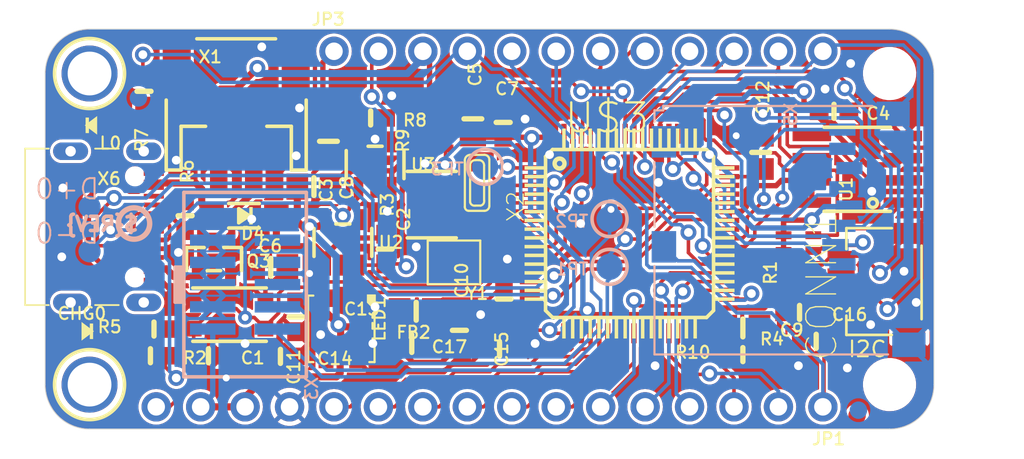
<source format=kicad_pcb>
(kicad_pcb (version 20221018) (generator pcbnew)
  (layers (0 "F.Cu" signal) (31 "B.Cu" signal) (34 "B.Paste" user) (35 "F.Paste" user) (36 "B.SilkS" user "B.Silkscreen") (37 "F.SilkS" user "F.Silkscreen") (38 "B.Mask" user) (39 "F.Mask" user) (44 "Edge.Cuts" user))
  (net 0 "")
  (net 1 "GND")
  (net 2 "MOSI")
  (net 3 "MISO")
  (net 4 "SCK")
  (net 5 "A5")
  (net 6 "A4")
  (net 7 "A3")
  (net 8 "A2")
  (net 9 "A1")
  (net 10 "D11")
  (net 11 "D12")
  (net 12 "+3V3")
  (net 13 "VBUS")
  (net 14 "VBAT")
  (net 15 "N$2")
  (net 16 "D13")
  (net 17 "A0")
  (net 18 "N$1")
  (net 19 "N$3")
  (net 20 "N$4")
  (net 21 "SCL")
  (net 22 "SDA")
  (net 23 "D9")
  (net 24 "D8_NEOPIX")
  (net 25 "D6")
  (net 26 "D5")
  (net 27 "D10")
  (net 28 "D+")
  (net 29 "D-")
  (net 30 "~{RESET}")
  (net 31 "N$5")
  (net 32 "N$7")
  (net 33 "EN")
  (net 34 "VHI")
  (net 35 "FLASH_MOSI")
  (net 36 "FLASH_MISO")
  (net 37 "FLASH_SCK")
  (net 38 "FLASH_CS")
  (net 39 "RX_D0")
  (net 40 "TX_D1")
  (net 41 "V_DIV")
  (net 42 "SWDIO")
  (net 43 "SWCLK")
  (net 44 "VCAP2")
  (net 45 "VCAP1")
  (net 46 "AVCC")
  (net 47 "BOOT0")
  (net 48 "SDIO_D2")
  (net 49 "SDIO_D3")
  (net 50 "SDIO_D0")
  (net 51 "SDIO_CLK")
  (net 52 "SDIO_D1")
  (net 53 "SDIO_CMD")
  (net 54 "CC1")
  (net 55 "CC2")
  (net 56 "N$6")
  (net 57 "N$8")
  (net 58 "SD_DETECT")
  (net 59 "BATTERY")
  (footprint "working:0805-NO" (layer "F.Cu") (at 147.5486 98.7044 90)
    (fp_text reference "C5")
    (fp_text value "10uF")
  )
  (footprint "working:0603-NO" (layer "F.Cu") (at 129.1209 112.2426)
    (fp_text reference "R2")
    (fp_text value "1K")
  )
  (footprint "working:0805-NO" (layer "F.Cu") (at 163.9951 100.6221 90)
    (fp_text reference "C12")
    (fp_text value "10µF")
  )
  (footprint "working:CHIPLED_0805_NOOUTLINE" (layer "F.Cu") (at 125.7461 99.0746 90)
    (fp_text reference "L0")
    (fp_text value "RED")
  )
  (footprint "working:0603-NO" (layer "F.Cu") (at 149.2801 98.9074 90)
    (fp_text reference "C7")
    (fp_text value "1uF")
  )
  (footprint "working:BTN_KMR2_4.6X2.8" (layer "F.Cu") (at 133.6421 109.8931 180)
    (fp_text reference "SW1" hide)
    (fp_text value "KMR2" hide)
  )
  (footprint "working:0603-NO" (layer "F.Cu") (at 129.3241 110.7186 180)
    (fp_text reference "R5")
    (fp_text value "5.1K")
  )
  (footprint "working:SOIC8_150MIL" (layer "F.Cu") (at 169.5196 101.5873 90)
    (fp_text reference "U1")
    (fp_text value "25Q16")
  )
  (footprint "working:JSTPH2" (layer "F.Cu") (at 134.0231 97.1296)
    (fp_text reference "X1")
    (fp_text value "JSTPH")
  )
  (footprint "working:FEATHER_STM32F405_TOP" (layer "F.Cu") (at 123.1011 116.4336)
    (fp_text reference "U$24" hide)
    (fp_text value "" hide)
  )
  (footprint "working:0805-NO" (layer "F.Cu") (at 144.3101 109.7026 180)
    (fp_text reference "C13")
    (fp_text value "10µF")
  )
  (footprint "working:SOT23-5" (layer "F.Cu") (at 140.1191 105.7656)
    (fp_text reference "U2")
    (fp_text value "AP2112-3.3")
  )
  (footprint "working:0603-NO" (layer "F.Cu") (at 166.2176 109.7661)
    (fp_text reference "C16")
    (fp_text value "1uF")
  )
  (footprint "working:0805-NO" (layer "F.Cu") (at 144.0561 111.5441)
    (fp_text reference "FB2")
    (fp_text value "ferrite")
  )
  (footprint "working:MOUNTINGHOLE_2.5_PLATED" (layer "F.Cu") (at 125.6411 113.8936 -90)
    (fp_text reference "U$32" hide)
    (fp_text value "MOUNTINGHOLE2.5" hide)
  )
  (footprint "working:SOT23-R" (layer "F.Cu") (at 132.7531 106.7181)
    (fp_text reference "Q3")
    (fp_text value "DMG3405")
  )
  (footprint "working:FIDUCIAL_1MM" (layer "F.Cu") (at 169.5033 115.6646 -90)
    (fp_text reference "U$35" hide)
    (fp_text value "FIDUCIAL_1MM" hide)
  )
  (footprint "working:0603-NO" (layer "F.Cu") (at 141.7066 98.6536)
    (fp_text reference "R8")
    (fp_text value "5.1K")
  )
  (footprint "working:0603-NO" (layer "F.Cu") (at 137.4394 110.0201 -90)
    (fp_text reference "C11")
    (fp_text value "1uF")
  )
  (footprint "working:0603-NO" (layer "F.Cu") (at 128.7526 97.1296 -90)
    (fp_text reference "R7")
    (fp_text value "2.2K")
  )
  (footprint "working:USB_C_CUSB31-CFM2AX-01-X" (layer "F.Cu") (at 125.7681 104.8766 -90)
    (fp_text reference "X6")
    (fp_text value "")
  )
  (footprint "working:1X16_ROUND" (layer "F.Cu") (at 148.5011 115.1636 180)
    (fp_text reference "JP1")
    (fp_text value "")
  )
  (footprint "working:0603-NO" (layer "F.Cu") (at 142.5321 106.1466 90)
    (fp_text reference "R3")
    (fp_text value "10K")
  )
  (footprint "working:0603-NO" (layer "F.Cu") (at 149.3266 109.0041 -90)
    (fp_text reference "C15")
    (fp_text value "0.1uF")
  )
  (footprint "working:RESPACK_4X0603" (layer "F.Cu") (at 145.1991 103.6066 90)
    (fp_text reference "C2")
    (fp_text value "22pF")
  )
  (footprint "working:1X12_ROUND" (layer "F.Cu") (at 153.5811 94.8436)
    (fp_text reference "JP3")
    (fp_text value "")
  )
  (footprint "working:CHIPLED_0805_NOOUTLINE" (layer "F.Cu") (at 125.5141 110.8456 -90)
    (fp_text reference "CHG0")
    (fp_text value "ORANGE")
  )
  (footprint "working:0603-NO" (layer "F.Cu") (at 146.778896 110.789807 90)
    (fp_text reference "C10")
    (fp_text value "1uF")
  )
  (footprint "working:MOUNTINGHOLE_2.5_PLATED" (layer "F.Cu") (at 125.6411 96.1136 -90)
    (fp_text reference "U$31" hide)
    (fp_text value "MOUNTINGHOLE2.5" hide)
  )
  (footprint "working:0603-NO" (layer "F.Cu") (at 167.1701 111.4171 180)
    (fp_text reference "R4")
    (fp_text value "100K")
  )
  (footprint "working:0603-NO" (layer "F.Cu") (at 132.4356 112.2426)
    (fp_text reference "C1")
    (fp_text value "0.1uF")
  )
  (footprint "working:CRYSTAL_2.5X2" (layer "F.Cu") (at 146.4691 106.9086 180)
    (fp_text reference "Y1")
    (fp_text value "12mhz")
  )
  (footprint "working:JST_SH4" (layer "F.Cu") (at 171.1071 108.0516 90)
    (fp_text reference "CONN1")
    (fp_text value "STEMMA_I2C_QT" hide)
  )
  (footprint "working:0603-NO" (layer "F.Cu") (at 168.1861 98.2726)
    (fp_text reference "C4")
    (fp_text value "1uF")
  )
  (footprint "working:TQFP64" (layer "F.Cu") (at 156.5021 105.2576)
    (fp_text reference "U$3")
    (fp_text value "STM32F405R")
  )
  (footprint "working:RESPACK_4X0603_NO" (layer "F.Cu") (at 166.1541 106.6546 90)
    (fp_text reference "R1")
    (fp_text value "10K")
  )
  (footprint "working:FIDUCIAL_1MM" (layer "F.Cu") (at 133.5786 95.5421 -90)
    (fp_text reference "U$34" hide)
    (fp_text value "FIDUCIAL_1MM" hide)
  )
  (footprint "" (layer "F.Cu") (at 171.3611 113.8936)
    (fp_text reference "@HOLE1" hide)
    (fp_text value "")
  )
  (footprint "working:0603-NO" (layer "F.Cu") (at 136.5504 112.279507)
    (fp_text reference "C14")
    (fp_text value "1uF")
  )
  (footprint "" (layer "F.Cu") (at 171.3611 96.1136)
    (fp_text reference "@HOLE0" hide)
    (fp_text value "")
  )
  (footprint "working:0805-NO" (layer "F.Cu") (at 139.2936 99.9871 -90)
    (fp_text reference "C3")
    (fp_text value "10µF")
  )
  (footprint "working:LED3535" (layer "F.Cu") (at 140.0302 110.7059 -90)
    (fp_text reference "LED1")
    (fp_text value "WS2812B3535")
  )
  (footprint "working:XTAL3215" (layer "F.Cu") (at 147.7899 102.362 90)
    (fp_text reference "X2")
    (fp_text value "32.768")
  )
  (footprint "working:0805-NO" (layer "F.Cu") (at 162.9791 110.6551)
    (fp_text reference "C9")
    (fp_text value "10µF")
  )
  (footprint "working:RESPACK_4X0603_NO" (layer "F.Cu") (at 145.1356 99.0981 90)
    (fp_text reference "R9")
    (fp_text value "100K")
  )
  (footprint "working:0603-NO" (layer "F.Cu") (at 149.0726 111.8616 180)
    (fp_text reference "C17")
    (fp_text value "1uF")
  )
  (footprint "working:0603-NO" (layer "F.Cu") (at 131.1021 104.2416 90)
    (fp_text reference "R6")
    (fp_text value "5.1K")
  )
  (footprint "working:0805-NO" (layer "F.Cu") (at 138.4646 102.5756)
    (fp_text reference "C8")
    (fp_text value "10µF")
  )
  (footprint "working:SOT23-5" (layer "F.Cu") (at 141.9606 101.3206)
    (fp_text reference "U3")
    (fp_text value "MCP73831T-2ACI/OT")
  )
  (footprint "working:0805-NO" (layer "F.Cu") (at 135.9966 107.1861)
    (fp_text reference "C6")
    (fp_text value "10µF")
  )
  (footprint "working:SOD-123" (layer "F.Cu") (at 134.4676 104.2416 180)
    (fp_text reference "D4")
    (fp_text value "MBR054")
  )
  (footprint "working:0603-NO" (layer "F.Cu") (at 162.9791 112.1791 180)
    (fp_text reference "R10")
    (fp_text value "100K")
  )
  (footprint "working:B1,27" (layer "B.Cu") (at 125.6411 103.7336 180)
    (fp_text reference "D+0")
    (fp_text value "TPB1,27")
  )
  (footprint "working:MICROSD" (layer "B.Cu") (at 158.0261 98.0186 -90)
    (fp_text reference "X5")
    (fp_text value "")
  )
  (footprint "working:TESTPOINT_ROUND_1.5MM" (layer "B.Cu") (at 155.3591 107.1626 180)
    (fp_text reference "TP1")
    (fp_text value "")
  )
  (footprint "working:B1,27" (layer "B.Cu") (at 125.6411 106.2736 180)
    (fp_text reference "D-0")
    (fp_text value "TPB1,27")
  )
  (footprint "working:TESTPOINT_ROUND_1.5MM" (layer "B.Cu") (at 148.2471 101.4476 180)
    (fp_text reference "TP3")
    (fp_text value "")
  )
  (footprint "working:FIDUCIAL_1MM" (layer "B.Cu") (at 169.5831 115.3541 180)
    (fp_text reference "U$37" hide)
    (fp_text value "FIDUCIAL_1MM" hide)
  )
  (footprint "working:PCBFEAT-REV-040" (layer "B.Cu") (at 128.1811 104.6861 180)
    (fp_text reference "U$13" hide)
    (fp_text value "" hide)
  )
  (footprint "working:FIDUCIAL_1MM" (layer "B.Cu") (at 128.4351 97.5106 180)
    (fp_text reference "U$5" hide)
    (fp_text value "FIDUCIAL_1MM" hide)
  )
  (footprint "working:FEATHER_STM32F405_BOT" (layer "B.Cu") (at 173.9011 116.4336 180)
    (fp_text reference "U$40" hide)
    (fp_text value "" hide)
  )
  (footprint "working:TESTPOINT_ROUND_1.5MM" (layer "B.Cu") (at 155.3591 104.4321 180)
    (fp_text reference "TP2")
    (fp_text value "")
  )
  (footprint "working:2X05_1.27MM_SMT" (layer "B.Cu") (at 134.5311 108.1786 90)
    (fp_text reference "X3")
    (fp_text value "")
  )
  (gr_arc (start 123.1011 96.1136) (mid 123.845049 94.317549) (end 125.6411 93.5736) (stroke (width 0.05)) (layer "Edge.Cuts"))
  (gr_line (start 125.6411 116.4336) (end 171.3611 116.4336) (stroke (width 0.05)) (layer "Edge.Cuts"))
  (gr_arc (start 171.3611 93.5736) (mid 173.157151 94.317549) (end 173.9011 96.1136) (stroke (width 0.05)) (layer "Edge.Cuts"))
  (gr_line (start 123.1011 96.1136) (end 123.1011 113.8936) (stroke (width 0.05)) (layer "Edge.Cuts"))
  (gr_line (start 173.9011 113.8936) (end 173.9011 96.1136) (stroke (width 0.05)) (layer "Edge.Cuts"))
  (gr_line (start 171.3611 93.5736) (end 125.6411 93.5736) (stroke (width 0.05)) (layer "Edge.Cuts"))
  (gr_arc (start 173.9011 113.8936) (mid 173.157151 115.689651) (end 171.3611 116.4336) (stroke (width 0.05)) (layer "Edge.Cuts"))
  (gr_arc (start 125.6411 116.4336) (mid 123.845049 115.689651) (end 123.1011 113.8936) (stroke (width 0.05)) (layer "Edge.Cuts"))
  (gr_text "I2C" (at 170.0911 111.8616) (layer "F.SilkS") (effects (font (size 0.89408 0.89408) (thickness 0.12192))))
  (segment (start 135.6921 108.4406) (end 135.6921 109.0931) (width 0.254) (layer "F.Cu") (net 1))
  (segment (start 153.2521 110.9576) (end 153.2093 111.0004) (width 0.254) (layer "F.Cu") (net 1))
  (segment (start 145.9856 98.6981) (end 146.6049 98.6981) (width 0.3048) (layer "F.Cu") (net 1))
  (segment (start 145.4721 98.6981) (end 145.0721 99.0981) (width 0.254) (layer "F.Cu") (net 1))
  (segment (start 153.2093 111.0004) (end 153.2093 111.65535) (width 0.254) (layer "F.Cu") (net 1))
  (segment (start 168.9481 98.2726) (end 169.0361 98.2726) (width 0.3048) (layer "F.Cu") (net 1))
  (segment (start 145.0721 99.4791) (end 145.0531 99.4981) (width 0.254) (layer "F.Cu") (net 1))
  (segment (start 129.3131 108.0766) (end 129.8571 108.0766) (width 0.3048) (layer "F.Cu") (net 1))
  (segment (start 167.0676 109.7661) (end 167.0676 109.9076) (width 0.3048) (layer "F.Cu") (net 1))
  (segment (start 146.6049 98.6981) (end 147.5486 97.7544) (width 0.3048) (layer "F.Cu") (net 1))
  (segment (start 153.00305 111.8616) (end 152.2476 111.8616) (width 0.254) (layer "F.Cu") (net 1))
  (segment (start 167.6781 97.0026) (end 168.9481 98.2726) (width 0.3048) (layer "F.Cu") (net 1))
  (segment (start 153.2093 111.65535) (end 153.00305 111.8616) (width 0.254) (layer "F.Cu") (net 1))
  (segment (start 145.0721 99.0981) (end 145.0721 99.4791) (width 0.254) (layer "F.Cu") (net 1))
  (segment (start 136.9466 107.1861) (end 135.6921 108.4406) (width 0.254) (layer "F.Cu") (net 1))
  (segment (start 145.0531 99.4981) (end 144.2856 99.4981) (width 0.254) (layer "F.Cu") (net 1))
  (segment (start 142.1511 99.0591) (end 142.1511 99.6696) (width 0.3048) (layer "F.Cu") (net 1))
  (segment (start 166.3201 110.6551) (end 166.3201 111.4171) (width 0.3048) (layer "F.Cu") (net 1))
  (segment (start 167.0676 109.9076) (end 166.3201 110.6551) (width 0.3048) (layer "F.Cu") (net 1))
  (segment (start 145.9856 98.6981) (end 145.4721 98.6981) (width 0.254) (layer "F.Cu") (net 1))
  (segment (start 142.1511 99.6696) (end 141.9606 99.8601) (width 0.3048) (layer "F.Cu") (net 1))
  (segment (start 130.8736 109.0931) (end 131.5921 109.0931) (width 0.3048) (layer "F.Cu") (net 1))
  (segment (start 142.5566 98.6536) (end 142.1511 99.0591) (width 0.3048) (layer "F.Cu") (net 1))
  (segment (start 129.8571 108.0766) (end 130.8736 109.0931) (width 0.3048) (layer "F.Cu") (net 1))
  (via (at 172.1866 107.4166) (size 0.9064) (drill 0.5) (layers "F.Cu" "B.Cu") (net 1))
  (via (at 149.5171 106.7181) (size 0.9064) (drill 0.5) (layers "F.Cu" "B.Cu") (net 1))
  (via (at 142.6591 103.9876) (size 0.9064) (drill 0.5) (layers "F.Cu" "B.Cu") (net 1))
  (via (at 162.5981 99.6696) (size 0.8001) (drill 0.3937) (layers "F.Cu" "B.Cu") (net 1))
  (via (at 133.4516 113.5126) (size 0.8064) (drill 0.4) (layers "F.Cu" "B.Cu") (net 1))
  (via (at 124.1171 102.6541) (size 0.9064) (drill 0.5) (layers "F.Cu" "B.Cu") (net 1))
  (via (at 168.9481 112.9411) (size 0.9064) (drill 0.5) (layers "F.Cu" "B.Cu") (net 1))
  (via (at 130.5941 101.0666) (size 0.9064) (drill 0.5) (layers "F.Cu" "B.Cu") (net 1))
  (via (at 157.9626 112.8141) (size 0.9064) (drill 0.5) (layers "F.Cu" "B.Cu") (net 1))
  (via (at 172.8851 109.1946) (size 0.9064) (drill 0.5) (layers "F.Cu" "B.Cu") (net 1))
  (via (at 167.6781 97.0026) (size 0.9064) (drill 0.5) (layers "F.Cu" "B.Cu") (net 1))
  (via (at 170.2816 110.4646) (size 0.9064) (drill 0.5) (layers "F.Cu" "B.Cu") (net 1))
  (via (at 151.9301 100.7491) (size 0.9064) (drill 0.5) (layers "F.Cu" "B.Cu") (net 1))
  (via (at 166.1541 112.8141) (size 0.9064) (drill 0.5) (layers "F.Cu" "B.Cu") (net 1))
  (via (at 158.1531 102.3366) (size 0.9064) (drill 0.5) (layers "F.Cu" "B.Cu") (net 1))
  (via (at 124.0536 106.5911) (size 0.9064) (drill 0.5) (layers "F.Cu" "B.Cu") (net 1))
  (via (at 144.3101 106.0196) (size 0.9064) (drill 0.5) (layers "F.Cu" "B.Cu") (net 1))
  (via (at 141.9606 99.8601) (size 0.9064) (drill 0.5) (layers "F.Cu" "B.Cu") (net 1))
  (via (at 138.8491 111.0361) (size 0.9064) (drill 0.5) (layers "F.Cu" "B.Cu") (net 1))
  (via (at 144.8181 101.2571) (size 0.9064) (drill 0.5) (layers "F.Cu" "B.Cu") (net 1))
  (via (at 134.5311 111.5441) (size 0.9064) (drill 0.5) (layers "F.Cu" "B.Cu") (net 1))
  (via (at 141.9606 109.4486) (size 0.9064) (drill 0.5) (layers "F.Cu" "B.Cu") (net 1))
  (via (at 170.3451 102.8446) (size 0.9064) (drill 0.5) (layers "F.Cu" "B.Cu") (net 1))
  (via (at 130.7211 106.3371) (size 0.9064) (drill 0.5) (layers "F.Cu" "B.Cu") (net 1))
  (via (at 137.6426 98.0821) (size 0.9064) (drill 0.5) (layers "F.Cu" "B.Cu") (net 1))
  (via (at 134.9121 104.4321) (size 0.9064) (drill 0.5) (layers "F.Cu" "B.Cu") (net 1))
  (via (at 135.4836 94.5896) (size 0.9064) (drill 0.5) (layers "F.Cu" "B.Cu") (net 1))
  (via (at 138.2141 107.5436) (size 0.8064) (drill 0.4) (layers "F.Cu" "B.Cu") (net 1))
  (via (at 151.1046 111.5441) (size 0.9064) (drill 0.5) (layers "F.Cu" "B.Cu") (net 1))
  (via (at 137.4521 100.8126) (size 0.9064) (drill 0.5) (layers "F.Cu" "B.Cu") (net 1))
  (via (at 169.1386 95.5421) (size 0.9064) (drill 0.5) (layers "F.Cu" "B.Cu") (net 1))
  (via (at 153.7081 104.6861) (size 0.9064) (drill 0.5) (layers "F.Cu" "B.Cu") (net 1))
  (via (at 141.8336 111.5441) (size 0.9064) (drill 0.5) (layers "F.Cu" "B.Cu") (net 1))
  (via (at 142.9131 97.3836) (size 0.9064) (drill 0.5) (layers "F.Cu" "B.Cu") (net 1))
  (via (at 150.5331 98.7171) (size 0.9064) (drill 0.5) (layers "F.Cu" "B.Cu") (net 1))
  (via (at 147.9931 109.8931) (size 0.9064) (drill 0.5) (layers "F.Cu" "B.Cu") (net 1))
  (segment (start 171.5661 98.4186) (end 170.9991 98.4186) (width 0.3048) (layer "B.Cu") (net 1))
  (segment (start 170.9991 98.4186) (end 169.8371 97.2566) (width 0.3048) (layer "B.Cu") (net 1))
  (segment (start 158.8241 107.5076) (end 158.303812 108.027888) (width 0.2032) (layer "F.Cu") (net 2))
  (segment (start 158.303812 108.027888) (end 158.303812 108.5116) (width 0.2032) (layer "F.Cu") (net 2))
  (segment (start 162.2021 107.5076) (end 158.8241 107.5076) (width 0.2032) (layer "F.Cu") (net 2))
  (via (at 158.303812 108.5116) (size 0.9064) (drill 0.5) (layers "F.Cu" "B.Cu") (net 2))
  (segment (start 158.748312 113.806388) (end 157.3911 115.1636) (width 0.2032) (layer "B.Cu") (net 2))
  (segment (start 158.748312 109.1466) (end 158.303812 108.7021) (width 0.2032) (layer "B.Cu") (net 2))
  (segment (start 158.303812 108.7021) (end 158.303812 108.5116) (width 0.2032) (layer "B.Cu") (net 2))
  (segment (start 158.748312 109.1466) (end 158.748312 113.806388) (width 0.2032) (layer "B.Cu") (net 2))
  (segment (start 159.9271 108.0076) (end 159.5501 108.3846) (width 0.2032) (layer "F.Cu") (net 3))
  (segment (start 162.2021 108.0076) (end 159.9271 108.0076) (width 0.2032) (layer "F.Cu") (net 3))
  (segment (start 159.5501 108.3846) (end 159.5501 108.5751) (width 0.2032) (layer "F.Cu") (net 3))
  (via (at 159.5501 108.5751) (size 0.9064) (drill 0.5) (layers "F.Cu" "B.Cu") (net 3))
  (segment (start 159.1691 114.4016) (end 159.9311 115.1636) (width 0.2032) (layer "B.Cu") (net 3))
  (segment (start 159.1691 108.9561) (end 159.1691 114.4016) (width 0.2032) (layer "B.Cu") (net 3))
  (segment (start 159.5501 108.5751) (end 159.1691 108.9561) (width 0.2032) (layer "B.Cu") (net 3))
  (segment (start 160.8686 108.5076) (end 159.9796 109.3966) (width 0.2032) (layer "F.Cu") (net 4))
  (segment (start 162.2021 108.5076) (end 160.8686 108.5076) (width 0.2032) (layer "F.Cu") (net 4))
  (segment (start 159.9796 109.3966) (end 157.0851 109.3966) (width 0.2032) (layer "F.Cu") (net 4))
  (segment (start 156.7561 109.0676) (end 157.0851 109.3966) (width 0.2032) (layer "F.Cu") (net 4))
  (via (at 156.7561 109.0676) (size 0.9064) (drill 0.5) (layers "F.Cu" "B.Cu") (net 4))
  (segment (start 156.7561 113.2586) (end 154.8511 115.1636) (width 0.2032) (layer "B.Cu") (net 4))
  (segment (start 156.7561 109.0676) (end 156.7561 113.2586) (width 0.2032) (layer "B.Cu") (net 4))
  (segment (start 155.3591 114.0206) (end 154.37765 114.0206) (width 0.2032) (layer "F.Cu") (net 5))
  (segment (start 156.7521 112.6276) (end 155.3591 114.0206) (width 0.2032) (layer "F.Cu") (net 5))
  (segment (start 154.37765 114.0206) (end 153.23465 115.1636) (width 0.2032) (layer "F.Cu") (net 5))
  (segment (start 153.23465 115.1636) (end 152.3111 115.1636) (width 0.2032) (layer "F.Cu") (net 5))
  (segment (start 156.7521 110.9576) (end 156.7521 112.6276) (width 0.2032) (layer "F.Cu") (net 5))
  (segment (start 155.180237 113.5888) (end 154.262287 113.5888) (width 0.2032) (layer "F.Cu") (net 6))
  (segment (start 151.8031 114.0206) (end 150.6601 115.1636) (width 0.2032) (layer "F.Cu") (net 6))
  (segment (start 156.2521 110.9576) (end 156.2521 112.516938) (width 0.2032) (layer "F.Cu") (net 6))
  (segment (start 156.2521 112.516938) (end 155.180237 113.5888) (width 0.2032) (layer "F.Cu") (net 6))
  (segment (start 150.6601 115.1636) (end 149.7711 115.1636) (width 0.2032) (layer "F.Cu") (net 6))
  (segment (start 153.830487 114.0206) (end 151.8031 114.0206) (width 0.2032) (layer "F.Cu") (net 6))
  (segment (start 154.262287 113.5888) (end 153.830487 114.0206) (width 0.2032) (layer "F.Cu") (net 6))
  (segment (start 154.146925 113.157) (end 153.715125 113.5888) (width 0.2032) (layer "F.Cu") (net 7))
  (segment (start 151.255937 114.0206) (end 151.687737 113.5888) (width 0.2032) (layer "F.Cu") (net 7))
  (segment (start 148.15465 115.1636) (end 149.29765 114.0206) (width 0.2032) (layer "F.Cu") (net 7))
  (segment (start 149.29765 114.0206) (end 151.255937 114.0206) (width 0.2032) (layer "F.Cu") (net 7))
  (segment (start 155.7521 110.9576) (end 155.7521 112.406275) (width 0.2032) (layer "F.Cu") (net 7))
  (segment (start 155.001375 113.157) (end 154.146925 113.157) (width 0.2032) (layer "F.Cu") (net 7))
  (segment (start 155.7521 112.406275) (end 155.001375 113.157) (width 0.2032) (layer "F.Cu") (net 7))
  (segment (start 151.687737 113.5888) (end 153.715125 113.5888) (width 0.2032) (layer "F.Cu") (net 7))
  (segment (start 148.15465 115.1636) (end 147.2311 115.1636) (width 0.2032) (layer "F.Cu") (net 7))
  (segment (start 151.140575 113.5888) (end 149.1869 113.5888) (width 0.2032) (layer "F.Cu") (net 8))
  (segment (start 154.031562 112.7252) (end 153.599762 113.157) (width 0.2032) (layer "F.Cu") (net 8))
  (segment (start 145.61465 115.1636) (end 144.6911 115.1636) (width 0.2032) (layer "F.Cu") (net 8))
  (segment (start 155.2521 110.9576) (end 155.2521 112.2226) (width 0.2032) (layer "F.Cu") (net 8))
  (segment (start 151.572375 113.157) (end 151.140575 113.5888) (width 0.2032) (layer "F.Cu") (net 8))
  (segment (start 146.75765 114.0206) (end 145.61465 115.1636) (width 0.2032) (layer "F.Cu") (net 8))
  (segment (start 153.599762 113.157) (end 151.572375 113.157) (width 0.2032) (layer "F.Cu") (net 8))
  (segment (start 155.2521 112.2226) (end 154.7495 112.7252) (width 0.2032) (layer "F.Cu") (net 8))
  (segment (start 149.1869 113.5888) (end 148.7551 114.0206) (width 0.2032) (layer "F.Cu") (net 8))
  (segment (start 154.7495 112.7252) (end 154.031562 112.7252) (width 0.2032) (layer "F.Cu") (net 8))
  (segment (start 148.7551 114.0206) (end 146.75765 114.0206) (width 0.2032) (layer "F.Cu") (net 8))
  (segment (start 153.8527 112.2934) (end 153.4209 112.7252) (width 0.2032) (layer "F.Cu") (net 9))
  (segment (start 144.21765 114.0206) (end 143.07465 115.1636) (width 0.2032) (layer "F.Cu") (net 9))
  (segment (start 143.07465 115.1636) (end 142.1511 115.1636) (width 0.2032) (layer "F.Cu") (net 9))
  (segment (start 153.4209 112.7252) (end 151.457012 112.7252) (width 0.2032) (layer "F.Cu") (net 9))
  (segment (start 154.4193 112.2934) (end 153.8527 112.2934) (width 0.2032) (layer "F.Cu") (net 9))
  (segment (start 148.639737 113.5888) (end 146.642287 113.5888) (width 0.2032) (layer "F.Cu") (net 9))
  (segment (start 146.642287 113.5888) (end 146.210487 114.0206) (width 0.2032) (layer "F.Cu") (net 9))
  (segment (start 154.7521 110.9576) (end 154.7521 111.9606) (width 0.2032) (layer "F.Cu") (net 9))
  (segment (start 151.457012 112.7252) (end 151.025212 113.157) (width 0.2032) (layer "F.Cu") (net 9))
  (segment (start 151.025212 113.157) (end 149.071537 113.157) (width 0.2032) (layer "F.Cu") (net 9))
  (segment (start 146.210487 114.0206) (end 144.21765 114.0206) (width 0.2032) (layer "F.Cu") (net 9))
  (segment (start 154.7521 111.9606) (end 154.4193 112.2934) (width 0.2032) (layer "F.Cu") (net 9))
  (segment (start 149.071537 113.157) (end 148.639737 113.5888) (width 0.2032) (layer "F.Cu") (net 9))
  (segment (start 152.8191 104.4956) (end 152.8191 105.9561) (width 0.2032) (layer "F.Cu") (net 10))
  (segment (start 152.2676 106.5076) (end 152.8191 105.9561) (width 0.2032) (layer "F.Cu") (net 10))
  (segment (start 153.7716 103.5431) (end 152.8191 104.4956) (width 0.2032) (layer "F.Cu") (net 10))
  (segment (start 153.7716 103.5431) (end 153.7716 102.9716) (width 0.2032) (layer "F.Cu") (net 10))
  (segment (start 150.8021 106.5076) (end 152.2676 106.5076) (width 0.2032) (layer "F.Cu") (net 10))
  (via (at 153.7716 102.9716) (size 0.9064) (drill 0.5) (layers "F.Cu" "B.Cu") (net 10))
  (segment (start 153.7716 102.9716) (end 154.2796 102.4636) (width 0.2032) (layer "B.Cu") (net 10))
  (segment (start 154.2796 99.6696) (end 152.3111 97.7011) (width 0.2032) (layer "B.Cu") (net 10))
  (segment (start 154.2796 99.6696) (end 154.2796 102.4636) (width 0.2032) (layer "B.Cu") (net 10))
  (segment (start 152.3111 94.8436) (end 152.3111 97.7011) (width 0.2032) (layer "B.Cu") (net 10))
  (segment (start 152.3151 103.8011) (end 152.3151 105.7696) (width 0.2032) (layer "F.Cu") (net 11))
  (segment (start 152.0771 106.0076) (end 150.8021 106.0076) (width 0.2032) (layer "F.Cu") (net 11))
  (segment (start 152.3151 103.8011) (end 152.6326 103.4836) (width 0.2032) (layer "F.Cu") (net 11))
  (segment (start 152.3151 105.7696) (end 152.0771 106.0076) (width 0.2032) (layer "F.Cu") (net 11))
  (via (at 152.6326 103.4836) (size 0.9064) (drill 0.5) (layers "F.Cu" "B.Cu") (net 11))
  (segment (start 152.6326 103.4836) (end 152.6326 102.9756) (width 0.2032) (layer "B.Cu") (net 11))
  (segment (start 153.7843 101.8239) (end 153.7843 99.721463) (width 0.2032) (layer "B.Cu") (net 11))
  (segment (start 149.7711 94.8436) (end 149.7711 95.708263) (width 0.2032) (layer "B.Cu") (net 11))
  (segment (start 153.7843 101.8239) (end 152.6326 102.9756) (width 0.2032) (layer "B.Cu") (net 11))
  (segment (start 153.7843 99.721463) (end 149.7711 95.708263) (width 0.2032) (layer "B.Cu") (net 11))
  (segment (start 152.7521 99.5576) (end 152.5523 99.7574) (width 0.3048) (layer "F.Cu") (net 12))
  (segment (start 163.4284 102.5223) (end 164.881875 102.5223) (width 0.3048) (layer "F.Cu") (net 12))
  (segment (start 152.5523 99.7574) (end 150.8709 99.7574) (width 0.3048) (layer "F.Cu") (net 12))
  (segment (start 168.2121 108.5516) (end 167.9501 108.8136) (width 0.3048) (layer "F.Cu") (net 12))
  (segment (start 168.156375 98.9251) (end 168.3498 99.118525) (width 0.3048) (layer "F.Cu") (net 12))
  (segment (start 163.1696 103.730975) (end 163.1696 102.7811) (width 0.3048) (layer "F.Cu") (net 12))
  (segment (start 150.8709 99.7574) (end 150.9101 99.7966) (width 0.3048) (layer "F.Cu") (net 12))
  (segment (start 165.3041 107.9546) (end 165.3041 107.0546) (width 0.3048) (layer "F.Cu") (net 12))
  (segment (start 138.2141 104.8599) (end 138.2141 105.2576) (width 0.3048) (layer "F.Cu") (net 12))
  (segment (start 163.1696 102.7811) (end 163.4284 102.5223) (width 0.3048) (layer "F.Cu") (net 12))
  (segment (start 166.9196 103.4923) (end 166.228006 103.4923) (width 0.3048) (layer "F.Cu") (net 12))
  (segment (start 168.5931 108.5516) (end 168.2121 108.5516) (width 0.3048) (layer "F.Cu") (net 12))
  (segment (start 166.4716 97.1296) (end 166.4716 97.7646) (width 0.3048) (layer "F.Cu") (net 12))
  (segment (start 135.7004 113.4491) (end 135.7004 112.279507) (width 0.4064) (layer "F.Cu") (net 12))
  (segment (start 135.7004 113.4491) (end 134.6844 114.4651) (width 0.4064) (layer "F.Cu") (net 12))
  (segment (start 162.2021 101.5076) (end 161.8326 101.5076) (width 0.3048) (layer "F.Cu") (net 12))
  (segment (start 164.4396 112.1791) (end 163.8291 112.1791) (width 0.3048) (layer "F.Cu") (net 12))
  (segment (start 165.3041 105.3546) (end 165.3041 104.416207) (width 0.3048) (layer "F.Cu") (net 12))
  (segment (start 153.8546 109.8736) (end 150.9336 109.8736) (width 0.4064) (layer "F.Cu") (net 12))
  (segment (start 166.228006 103.4923) (end 165.3041 104.416207) (width 0.3048) (layer "F.Cu") (net 12))
  (segment (start 147.5486 99.6544) (end 147.6516 99.7574) (width 0.3048) (layer "F.Cu") (net 12))
  (segment (start 143.1061 111.5441) (end 143.61285 112.05085) (width 0.3048) (layer "F.Cu") (net 12))
  (segment (start 139.1691 104.4655) (end 138.7881 104.8465) (width 0.4064) (layer "F.Cu") (net 12))
  (segment (start 165.3676 109.7661) (end 165.1381 109.5366) (width 0.3048) (layer "F.Cu") (net 12))
  (segment (start 146.435325 111.95185) (end 146.435325 111.448375) (width 0.3048) (layer "F.Cu") (net 12))
  (segment (start 139.9612 113.240713) (end 139.752812 113.4491) (width 0.4064) (layer "F.Cu") (net 12))
  (segment (start 144.1228 112.6243) (end 143.61285 112.11435) (width 0.3048) (layer "F.Cu") (net 12))
  (segment (start 153.7521 110.9576) (end 153.7521 109.8931) (width 0.3048) (layer "F.Cu") (net 12))
  (segment (start 149.2801 99.7574) (end 150.8709 99.7574) (width 0.3048) (layer "F.Cu") (net 12))
  (segment (start 164.2001 109.5121) (end 165.01835 108.69385) (width 0.3048) (layer "F.Cu") (net 12))
  (segment (start 162.2021 104.0076) (end 162.2021 104.5076) (width 0.3048) (layer "F.Cu") (net 12))
  (segment (start 165.0746 111.5441) (end 164.4396 112.1791) (width 0.3048) (layer "F.Cu") (net 12))
  (segment (start 165.0746 110.0591) (end 165.0746 111.5441) (width 0.3048) (layer "F.Cu") (net 12))
  (segment (start 139.9921 111.778188) (end 139.9612 111.809088) (width 0.4064) (layer "F.Cu") (net 12))
  (segment (start 139.752812 113.4491) (end 135.7004 113.4491) (width 0.4064) (layer "F.Cu") (net 12))
  (segment (start 165.1381 108.1206) (end 165.1381 108.8136) (width 0.3048) (layer "F.Cu") (net 12))
  (segment (start 160.6331 109.8931) (end 160.6331 109.5121) (width 0.3048) (layer "F.Cu") (net 12))
  (segment (start 143.1061 111.5441) (end 143.0731 111.5771) (width 0.3048) (layer "F.Cu") (net 12))
  (segment (start 171.7386 101.3333) (end 172.1196 100.9523) (width 0.3048) (layer "F.Cu") (net 12))
  (segment (start 165.1381 108.8136) (end 165.01835 108.69385) (width 0.3048) (layer "F.Cu") (net 12))
  (segment (start 142.0876 110.5916) (end 139.9921 110.5916) (width 0.4064) (layer "F.Cu") (net 12))
  (segment (start 167.3361 98.2726) (end 167.30435 98.30435) (width 0.3048) (layer "F.Cu") (net 12))
  (segment (start 165.1381 109.5366) (end 165.1381 108.8136) (width 0.3048) (layer "F.Cu") (net 12))
  (segment (start 160.6331 109.5121) (end 164.2001 109.5121) (width 0.3048) (layer "F.Cu") (net 12))
  (segment (start 147.6516 99.7574) (end 149.2801 99.7574) (width 0.3048) (layer "F.Cu") (net 12))
  (segment (start 139.9921 110.5916) (end 139.9921 111.778188) (width 0.4064) (layer "F.Cu") (net 12))
  (segment (start 168.3498 99.6061) (end 170.077 101.3333) (width 0.3048) (layer "F.Cu") (net 12))
  (segment (start 150.9336 109.8736) (end 149.9616 110.8456) (width 0.4064) (layer "F.Cu") (net 12))
  (segment (start 167.9501 108.8136) (end 165.1381 108.8136) (width 0.3048) (layer "F.Cu") (net 12))
  (segment (start 138.2141 105.2576) (end 137.5146 104.5581) (width 0.4064) (layer "F.Cu") (net 12))
  (segment (start 147.382603 110.8456) (end 146.778896 111.449307) (width 0.4064) (layer "F.Cu") (net 12))
  (segment (start 139.8651 110.4646) (end 139.9921 110.5916) (width 0.4064) (layer "F.Cu") (net 12))
  (segment (start 165.3041 107.9546) (end 165.1381 108.1206) (width 0.3048) (layer "F.Cu") (net 12))
  (segment (start 162.2021 104.0076) (end 162.2195 103.9902) (width 0.3048) (layer "F.Cu") (net 12))
  (segment (start 160.2521 109.8931) (end 154.3431 109.8931) (width 0.3048) (layer "F.Cu") (net 12))
  (segment (start 145.762875 112.6243) (end 146.435325 111.95185) (width 0.3048) (layer "F.Cu") (net 12))
  (segment (start 166.4716 97.7646) (end 167.01135 98.30435) (width 0.3048) (layer "F.Cu") (net 12))
  (segment (start 139.9612 111.809088) (end 139.9612 113.240713) (width 0.4064) (layer "F.Cu") (net 12))
  (segment (start 144.1228 112.6243) (end 145.762875 112.6243) (width 0.3048) (layer "F.Cu") (net 12))
  (segment (start 161.8326 101.5076) (end 161.0741 100.7491) (width 0.3048) (layer "F.Cu") (net 12))
  (segment (start 167.6321 98.9251) (end 168.156375 98.9251) (width 0.3048) (layer "F.Cu") (net 12))
  (segment (start 153.8546 109.8736) (end 154.0891 109.6391) (width 0.3048) (layer "F.Cu") (net 12))
  (segment (start 131.9911 115.1636) (end 134.5311 115.1636) (width 0.4064) (layer "F.Cu") (net 12))
  (segment (start 138.941 109.1701) (end 139.1552 108.9559) (width 0.4064) (layer "F.Cu") (net 12))
  (segment (start 137.5146 104.5581) (end 137.5146 102.5756) (width 0.4064) (layer "F.Cu") (net 12))
  (segment (start 143.0731 111.5771) (end 142.0876 110.5916) (width 0.4064) (layer "F.Cu") (net 12))
  (segment (start 154.0891 109.6391) (end 153.8351 109.8931) (width 0.3048) (layer "F.Cu") (net 12))
  (segment (start 138.2007 104.8465) (end 138.2141 104.8599) (width 0.4064) (layer "F.Cu") (net 12))
  (segment (start 153.8351 109.8931) (end 153.7521 109.8931) (width 0.3048) (layer "F.Cu") (net 12))
  (segment (start 149.9616 110.8456) (end 147.382603 110.8456) (width 0.4064) (layer "F.Cu") (net 12))
  (segment (start 137.4394 109.1701) (end 138.941 109.1701) (width 0.4064) (layer "F.Cu") (net 12))
  (segment (start 167.30435 98.30435) (end 167.01135 98.30435) (width 0.3048) (layer "F.Cu") (net 12))
  (segment (start 166.9196 103.4923) (end 166.9196 102.2223) (width 0.3048) (layer "F.Cu") (net 12))
  (segment (start 154.3431 109.8931) (end 154.0891 109.6391) (width 0.3048) (layer "F.Cu") (net 12))
  (segment (start 139.8651 110.4646) (end 139.1552 109.7547) (width 0.4064) (layer "F.Cu") (net 12))
  (segment (start 139.1552 109.7547) (end 139.1552 108.9559) (width 0.4064) (layer "F.Cu") (net 12))
  (segment (start 165.181875 102.2223) (end 166.9196 102.2223) (width 0.3048) (layer "F.Cu") (net 12))
  (segment (start 143.61285 112.05085) (end 143.61285 112.11435) (width 0.3048) (layer "F.Cu") (net 12))
  (segment (start 146.587465 111.448375) (end 146.778896 111.639807) (width 0.4064) (layer "F.Cu") (net 12))
  (segment (start 138.7881 104.8465) (end 138.2007 104.8465) (width 0.4064) (layer "F.Cu") (net 12))
  (segment (start 165.3041 106.2546) (end 165.3041 105.3546) (width 0.3048) (layer "F.Cu") (net 12))
  (segment (start 165.3676 109.7661) (end 165.0746 110.0591) (width 0.3048) (layer "F.Cu") (net 12))
  (segment (start 165.3041 105.3546) (end 165.3041 104.4956) (width 0.3048) (layer "F.Cu") (net 12))
  (segment (start 168.3498 99.118525) (end 168.3498 99.6061) (width 0.3048) (layer "F.Cu") (net 12))
  (segment (start 134.6844 114.4651) (end 134.6844 115.1636) (width 0.4064) (layer "F.Cu") (net 12))
  (segment (start 146.778896 111.449307) (end 146.778896 111.639807) (width 0.4064) (layer "F.Cu") (net 12))
  (segment (start 164.881875 102.5223) (end 165.181875 102.2223) (width 0.3048) (layer "F.Cu") (net 12))
  (segment (start 166.9251 104.4956) (end 165.3041 104.4956) (width 0.3048) (layer "F.Cu") (net 12))
  (segment (start 146.435325 111.448375) (end 146.587465 111.448375) (width 0.3048) (layer "F.Cu") (net 12))
  (segment (start 162.910375 103.9902) (end 163.1696 103.730975) (width 0.3048) (layer "F.Cu") (net 12))
  (segment (start 160.6331 109.8931) (end 160.2521 109.8931) (width 0.3048) (layer "F.Cu") (net 12))
  (segment (start 167.01135 98.30435) (end 167.6321 98.9251) (width 0.3048) (layer "F.Cu") (net 12))
  (segment (start 160.2521 110.9576) (end 160.2521 109.8931) (width 0.3048) (layer "F.Cu") (net 12))
  (segment (start 170.077 101.3333) (end 171.7386 101.3333) (width 0.3048) (layer "F.Cu") (net 12))
  (segment (start 162.2195 103.9902) (end 162.910375 103.9902) (width 0.3048) (layer "F.Cu") (net 12))
  (segment (start 134.6844 115.1636) (end 134.5311 115.1636) (width 0.4064) (layer "F.Cu") (net 12))
  (segment (start 165.3041 107.0546) (end 165.3041 106.2546) (width 0.3048) (layer "F.Cu") (net 12))
  (via (at 166.4716 97.1296) (size 0.9064) (drill 0.5) (layers "F.Cu" "B.Cu") (net 12))
  (via (at 154.0891 109.6391) (size 0.9064) (drill 0.5) (layers "F.Cu" "B.Cu") (net 12))
  (via (at 150.9101 99.7966) (size 0.9064) (drill 0.5) (layers "F.Cu" "B.Cu") (net 12))
  (via (at 161.0741 100.7491) (size 0.9064) (drill 0.5) (layers "F.Cu" "B.Cu") (net 12))
  (via (at 139.8651 110.4646) (size 0.9064) (drill 0.5) (layers "F.Cu" "B.Cu") (net 12))
  (via (at 138.2141 104.8599) (size 0.9064) (drill 0.5) (layers "F.Cu" "B.Cu") (net 12))
  (via (at 166.9251 104.4956) (size 0.9064) (drill 0.5) (layers "F.Cu" "B.Cu") (net 12))
  (segment (start 166.9251 104.4956) (end 166.4806 104.9401) (width 0.3048) (layer "B.Cu") (net 12))
  (segment (start 154.0891 109.6391) (end 153.8351 109.3851) (width 0.3048) (layer "B.Cu") (net 12))
  (segment (start 153.8351 106.9721) (end 153.8351 109.3851) (width 0.3048) (layer "B.Cu") (net 12))
  (segment (start 162.9791 97.5741) (end 161.6456 97.5741) (width 0.3048) (layer "B.Cu") (net 12))
  (segment (start 166.4806 104.9401) (end 163.549781 104.9401) (width 0.3048) (layer "B.Cu") (net 12))
  (segment (start 163.4236 97.1296) (end 162.9791 97.5741) (width 0.3048) (layer "B.Cu") (net 12))
  (segment (start 169.0661 103.7186) (end 167.6386 103.7186) (width 0.3048) (layer "B.Cu") (net 12))
  (segment (start 150.8466 99.8601) (end 150.8466 103.9836) (width 0.3048) (layer "B.Cu") (net 12))
  (segment (start 161.6456 97.5741) (end 161.0741 98.1456) (width 0.3048) (layer "B.Cu") (net 12))
  (segment (start 139.7381 106.5744) (end 138.2141 105.0504) (width 0.4064) (layer "B.Cu") (net 12))
  (segment (start 139.8651 110.4646) (end 139.7381 110.3376) (width 0.4064) (layer "B.Cu") (net 12))
  (segment (start 139.7381 106.5744) (end 139.7381 110.3376) (width 0.4064) (layer "B.Cu") (net 12))
  (segment (start 166.89335 104.46385) (end 166.9251 104.4956) (width 0.3048) (layer "B.Cu") (net 12))
  (segment (start 162.4076 102.0826) (end 162.4076 103.797919) (width 0.3048) (layer "B.Cu") (net 12))
  (segment (start 163.549781 104.9401) (end 162.4076 103.797919) (width 0.3048) (layer "B.Cu") (net 12))
  (segment (start 161.0741 100.7491) (end 162.4076 102.0826) (width 0.3048) (layer "B.Cu") (net 12))
  (segment (start 132.6811 114.4736) (end 131.9911 115.1636) (width 0.3048) (layer "B.Cu") (net 12))
  (segment (start 132.6811 110.7186) (end 132.6811 114.4736) (width 0.3048) (layer "B.Cu") (net 12))
  (segment (start 138.2141 105.0504) (end 138.2141 104.8599) (width 0.4064) (layer "B.Cu") (net 12))
  (segment (start 161.0741 98.1456) (end 161.0741 100.7491) (width 0.3048) (layer "B.Cu") (net 12))
  (segment (start 166.4716 97.1296) (end 163.4236 97.1296) (width 0.3048) (layer "B.Cu") (net 12))
  (segment (start 150.9101 99.7966) (end 150.8466 99.8601) (width 0.3048) (layer "B.Cu") (net 12))
  (segment (start 153.8351 106.9721) (end 150.8466 103.9836) (width 0.3048) (layer "B.Cu") (net 12))
  (segment (start 167.6386 103.7186) (end 166.89335 104.46385) (width 0.3048) (layer "B.Cu") (net 12))
  (segment (start 143.7576 98.6981) (end 143.4846 98.9711) (width 0.3048) (layer "F.Cu") (net 13))
  (segment (start 144.2856 98.6981) (end 143.7576 98.6981) (width 0.3048) (layer "F.Cu") (net 13))
  (segment (start 127.4826 102.4001) (end 126.4031 102.4001) (width 0.3048) (layer "F.Cu") (net 13))
  (segment (start 134.0231 97.0026) (end 133.1341 97.0026) (width 0.4064) (layer "F.Cu") (net 13))
  (segment (start 132.0532 102.7162) (end 132.0532 103.551938) (width 0.4064) (layer "F.Cu") (net 13))
  (segment (start 127.9271 102.8446) (end 127.4826 102.4001) (width 0.3048) (layer "F.Cu") (net 13))
  (segment (start 128.4351 102.8446) (end 127.9271 102.8446) (width 0.3048) (layer "F.Cu") (net 13))
  (segment (start 129.3131 102.4766) (end 128.8031 102.4766) (width 0.3048) (layer "F.Cu") (net 13))
  (segment (start 132.6176 104.116338) (end 132.6176 104.2416) (width 0.4064) (layer "F.Cu") (net 13))
  (segment (start 132.6176 104.2416) (end 131.9911 104.8681) (width 0.4064) (layer "F.Cu") (net 13))
  (segment (start 145.0721 98.2726) (end 144.6466 98.6981) (width 0.3048) (layer "F.Cu") (net 13))
  (segment (start 131.6101 98.5266) (end 131.6101 102.2731) (width 0.4064) (layer "F.Cu") (net 13))
  (segment (start 129.3131 107.2766) (end 130.0281 107.2766) (width 0.4064) (layer "F.Cu") (net 13))
  (segment (start 128.8031 102.4766) (end 128.4351 102.8446) (width 0.2032) (layer "F.Cu") (net 13))
  (segment (start 126.5936 109.0041) (end 124.7521 110.8456) (width 0.3048) (layer "F.Cu") (net 13))
  (segment (start 131.6101 102.3705) (end 131.6101 102.2731) (width 0.4064) (layer "F.Cu") (net 13))
  (segment (start 133.1341 97.0026) (end 131.6101 98.5266) (width 0.4064) (layer "F.Cu") (net 13))
  (segment (start 144.6911 94.8436) (end 145.0721 95.2246) (width 0.3048) (layer "F.Cu") (net 13))
  (segment (start 132.0532 103.551938) (end 132.6176 104.116338) (width 0.4064) (layer "F.Cu") (net 13))
  (segment (start 126.4031 102.4001) (end 125.5776 103.2256) (width 0.3048) (layer "F.Cu") (net 13))
  (segment (start 129.3131 102.4766) (end 129.4192 102.3705) (width 0.4064) (layer "F.Cu") (net 13))
  (segment (start 129.4192 102.3705) (end 131.6101 102.3705) (width 0.4064) (layer "F.Cu") (net 13))
  (segment (start 134.0231 97.0026) (end 135.2296 95.7961) (width 0.4064) (layer "F.Cu") (net 13))
  (segment (start 126.5936 107.2896) (end 126.5936 109.0041) (width 0.3048) (layer "F.Cu") (net 13))
  (segment (start 125.5776 106.2736) (end 126.5936 107.2896) (width 0.3048) (layer "F.Cu") (net 13))
  (segment (start 124.7521 110.8456) (end 124.4641 110.8456) (width 0.3048) (layer "F.Cu") (net 13))
  (segment (start 130.4696 107.7181) (end 130.0281 107.2766) (width 0.4064) (layer "F.Cu") (net 13))
  (segment (start 131.6101 102.2731) (end 132.0532 102.7162) (width 0.4064) (layer "F.Cu") (net 13))
  (segment (start 143.2607 100.0205) (end 142.9106 100.0205) (width 0.3048) (layer "F.Cu") (net 13))
  (segment (start 125.5776 103.2256) (end 125.5776 106.2736) (width 0.3048) (layer "F.Cu") (net 13))
  (segment (start 131.9911 107.5301) (end 131.8031 107.7181) (width 0.4064) (layer "F.Cu") (net 13))
  (segment (start 144.6466 98.6981) (end 144.2856 98.6981) (width 0.3048) (layer "F.Cu") (net 13))
  (segment (start 145.0721 95.2246) (end 145.0721 98.2726) (width 0.3048) (layer "F.Cu") (net 13))
  (segment (start 130.4696 107.7181) (end 131.8031 107.7181) (width 0.4064) (layer "F.Cu") (net 13))
  (segment (start 131.9911 104.8681) (end 131.9911 107.5301) (width 0.4064) (layer "F.Cu") (net 13))
  (segment (start 143.4846 98.9711) (end 143.4846 99.7966) (width 0.3048) (layer "F.Cu") (net 13))
  (segment (start 143.4846 99.7966) (end 143.2607 100.0205) (width 0.3048) (layer "F.Cu") (net 13))
  (via (at 135.2296 95.7961) (size 0.9064) (drill 0.5) (layers "F.Cu" "B.Cu") (net 13))
  (segment (start 135.2296 95.7961) (end 135.2296 96.1136) (width 0.4064) (layer "B.Cu") (net 13))
  (segment (start 144.6911 95.2246) (end 144.6911 94.8436) (width 0.4064) (layer "B.Cu") (net 13))
  (segment (start 143.8021 96.1136) (end 135.2296 96.1136) (width 0.4064) (layer "B.Cu") (net 13))
  (segment (start 143.8021 96.1136) (end 144.6911 95.2246) (width 0.4064) (layer "B.Cu") (net 13))
  (segment (start 142.390393 101.6726) (end 143.0111 101.6726) (width 0.3048) (layer "F.Cu") (net 14))
  (segment (start 133.3086 105.7181) (end 132.7531 105.7181) (width 0.4064) (layer "F.Cu") (net 14))
  (segment (start 135.0231 100.8296) (end 136.8156 99.0371) (width 0.3048) (layer "F.Cu") (net 14))
  (segment (start 140.38 99.806) (end 139.6111 99.0371) (width 0.3048) (layer "F.Cu") (net 14))
  (segment (start 135.0231 100.8296) (end 135.0231 102.8606) (width 0.4064) (layer "F.Cu") (net 14))
  (segment (start 135.0231 102.8606) (end 133.7691 104.1146) (width 0.4064) (layer "F.Cu") (net 14))
  (segment (start 143.0111 101.6726) (end 144.2856 100.3981) (width 0.3048) (layer "F.Cu") (net 14))
  (segment (start 133.7691 105.2576) (end 133.3086 105.7181) (width 0.4064) (layer "F.Cu") (net 14))
  (segment (start 141.277306 101.6651) (end 142.382893 101.6651) (width 0.3048) (layer "F.Cu") (net 14))
  (segment (start 133.7691 104.1146) (end 133.7691 105.2576) (width 0.4064) (layer "F.Cu") (net 14))
  (segment (start 139.6111 94.8436) (end 138.9761 95.4786) (width 0.3048) (layer "F.Cu") (net 14))
  (segment (start 140.38 100.767794) (end 141.277306 101.6651) (width 0.3048) (layer "F.Cu") (net 14))
  (segment (start 138.9761 95.4786) (end 138.9761 98.7196) (width 0.3048) (layer "F.Cu") (net 14))
  (segment (start 142.9106 101.7731) (end 143.0111 101.6726) (width 0.3048) (layer "F.Cu") (net 14))
  (segment (start 139.2936 99.0371) (end 138.9761 98.7196) (width 0.3048) (layer "F.Cu") (net 14))
  (segment (start 139.2936 99.0371) (end 139.6111 99.0371) (width 0.3048) (layer "F.Cu") (net 14))
  (segment (start 140.38 99.806) (end 140.38 100.767794) (width 0.3048) (layer "F.Cu") (net 14))
  (segment (start 142.382893 101.6651) (end 142.390393 101.6726) (width 0.3048) (layer "F.Cu") (net 14))
  (segment (start 142.9106 102.6207) (end 142.9106 101.7731) (width 0.3048) (layer "F.Cu") (net 14))
  (segment (start 136.8156 99.0371) (end 139.2936 99.0371) (width 0.3048) (layer "F.Cu") (net 14))
  (segment (start 126.7961 99.0746) (end 127.6576 99.0746) (width 0.2032) (layer "F.Cu") (net 15))
  (segment (start 127.6576 99.0746) (end 128.7526 97.9796) (width 0.2032) (layer "F.Cu") (net 15))
  (segment (start 150.8021 105.5076) (end 151.8111 105.5076) (width 0.2032) (layer "F.Cu") (net 16))
  (segment (start 151.8111 102.72465) (end 151.8111 105.5076) (width 0.2032) (layer "F.Cu") (net 16))
  (segment (start 128.6891 96.2161) (end 128.6891 95.0341) (width 0.2032) (layer "F.Cu") (net 16))
  (segment (start 152.2008 102.33495) (end 151.8111 102.72465) (width 0.2032) (layer "F.Cu") (net 16))
  (segment (start 128.7526 96.2796) (end 128.6891 96.2161) (width 0.2032) (layer "F.Cu") (net 16))
  (via (at 128.6891 95.0341) (size 0.9064) (drill 0.5) (layers "F.Cu" "B.Cu") (net 16))
  (via (at 152.2008 102.33495) (size 0.9064) (drill 0.5) (layers "F.Cu" "B.Cu") (net 16))
  (segment (start 152.4548 102.33495) (end 152.2008 102.33495) (width 0.2032) (layer "B.Cu") (net 16))
  (segment (start 153.3271 99.9236) (end 149.2631 95.8596) (width 0.2032) (layer "B.Cu") (net 16))
  (segment (start 128.6891 95.0341) (end 131.5466 95.0341) (width 0.2032) (layer "B.Cu") (net 16))
  (segment (start 146.667125 94.8436) (end 144.889125 96.6216) (width 0.2032) (layer "B.Cu") (net 16))
  (segment (start 148.6281 95.8596) (end 147.6121 94.8436) (width 0.2032) (layer "B.Cu") (net 16))
  (segment (start 153.3271 101.46265) (end 152.4548 102.33495) (width 0.2032) (layer "B.Cu") (net 16))
  (segment (start 147.2311 94.8436) (end 146.667125 94.8436) (width 0.2032) (layer "B.Cu") (net 16))
  (segment (start 153.3271 101.46265) (end 153.3271 99.9236) (width 0.2032) (layer "B.Cu") (net 16))
  (segment (start 147.6121 94.8436) (end 147.2311 94.8436) (width 0.2032) (layer "B.Cu") (net 16))
  (segment (start 133.1341 96.6216) (end 131.5466 95.0341) (width 0.2032) (layer "B.Cu") (net 16))
  (segment (start 144.889125 96.6216) (end 133.1341 96.6216) (width 0.2032) (layer "B.Cu") (net 16))
  (segment (start 149.2631 95.8596) (end 148.6281 95.8596) (width 0.2032) (layer "B.Cu") (net 16))
  (segment (start 146.0754 113.5888) (end 143.7259 113.5888) (width 0.2032) (layer "F.Cu") (net 17))
  (segment (start 148.524375 113.157) (end 146.5072 113.157) (width 0.2032) (layer "F.Cu") (net 17))
  (segment (start 154.2521 111.6986) (end 154.0891 111.8616) (width 0.2032) (layer "F.Cu") (net 17))
  (segment (start 153.2763 112.2934) (end 151.27815 112.2934) (width 0.2032) (layer "F.Cu") (net 17))
  (segment (start 141.67765 114.0206) (end 140.53465 115.1636) (width 0.2032) (layer "F.Cu") (net 17))
  (segment (start 148.956175 112.7252) (end 148.524375 113.157) (width 0.2032) (layer "F.Cu") (net 17))
  (segment (start 143.2941 114.0206) (end 141.67765 114.0206) (width 0.2032) (layer "F.Cu") (net 17))
  (segment (start 151.27815 112.2934) (end 150.84635 112.7252) (width 0.2032) (layer "F.Cu") (net 17))
  (segment (start 154.2521 110.9576) (end 154.2521 111.6986) (width 0.2032) (layer "F.Cu") (net 17))
  (segment (start 150.84635 112.7252) (end 148.956175 112.7252) (width 0.2032) (layer "F.Cu") (net 17))
  (segment (start 143.7259 113.5888) (end 143.2941 114.0206) (width 0.2032) (layer "F.Cu") (net 17))
  (segment (start 153.7081 111.8616) (end 153.2763 112.2934) (width 0.2032) (layer "F.Cu") (net 17))
  (segment (start 154.0891 111.8616) (end 153.7081 111.8616) (width 0.2032) (layer "F.Cu") (net 17))
  (segment (start 146.5072 113.157) (end 146.0754 113.5888) (width 0.2032) (layer "F.Cu") (net 17))
  (segment (start 140.53465 115.1636) (end 139.6111 115.1636) (width 0.2032) (layer "F.Cu") (net 17))
  (segment (start 126.8739 110.8456) (end 128.2709 112.2426) (width 0.3048) (layer "F.Cu") (net 18))
  (segment (start 126.5641 110.8456) (end 126.8739 110.8456) (width 0.3048) (layer "F.Cu") (net 18))
  (segment (start 130.5941 113.5126) (end 129.9709 112.8894) (width 0.2032) (layer "F.Cu") (net 19))
  (segment (start 141.0106 102.6207) (end 141.0106 103.21795) (width 0.2032) (layer "F.Cu") (net 19))
  (segment (start 141.0106 103.21795) (end 140.4893 103.73925) (width 0.2032) (layer "F.Cu") (net 19))
  (segment (start 140.4893 103.73925) (end 140.4893 103.8714) (width 0.2032) (layer "F.Cu") (net 19))
  (segment (start 129.9709 112.8894) (end 129.9709 112.2426) (width 0.2032) (layer "F.Cu") (net 19))
  (segment (start 140.4893 103.8714) (end 140.1191 104.2416) (width 0.2032) (layer "F.Cu") (net 19))
  (via (at 140.1191 104.2416) (size 0.9064) (drill 0.5) (layers "F.Cu" "B.Cu") (net 19))
  (via (at 130.5941 113.5126) (size 0.9064) (drill 0.5) (layers "F.Cu" "B.Cu") (net 19))
  (segment (start 131.826 103.5177) (end 129.9885 105.3552) (width 0.2032) (layer "B.Cu") (net 19))
  (segment (start 140.1191 104.2416) (end 139.3952 103.5177) (width 0.2032) (layer "B.Cu") (net 19))
  (segment (start 130.5941 113.5126) (end 130.2131 113.1316) (width 0.2032) (layer "B.Cu") (net 19))
  (segment (start 139.3952 103.5177) (end 131.826 103.5177) (width 0.2032) (layer "B.Cu") (net 19))
  (segment (start 130.2131 106.865157) (end 130.2131 113.1316) (width 0.2032) (layer "B.Cu") (net 19))
  (segment (start 129.9885 105.3552) (end 129.9885 106.640557) (width 0.2032) (layer "B.Cu") (net 19))
  (segment (start 129.9885 106.640557) (end 130.2131 106.865157) (width 0.2032) (layer "B.Cu") (net 19))
  (segment (start 141.0106 100.0205) (end 141.0106 98.8076) (width 0.2032) (layer "F.Cu") (net 20))
  (segment (start 141.0106 98.8076) (end 140.8566 98.6536) (width 0.2032) (layer "F.Cu") (net 20))
  (segment (start 165.0111 95.8596) (end 164.8714 95.9993) (width 0.2032) (layer "F.Cu") (net 21))
  (segment (start 165.0111 95.8596) (end 165.0111 94.8436) (width 0.2032) (layer "F.Cu") (net 21))
  (segment (start 168.8069 96.574719) (end 168.231481 95.9993) (width 0.2032) (layer "F.Cu") (net 21))
  (segment (start 168.5931 106.5516) (end 168.0151 106.5516) (width 0.2032) (layer "F.Cu") (net 21))
  (segment (start 167.5121 107.0546) (end 167.0041 107.0546) (width 0.2032) (layer "F.Cu") (net 21))
  (segment (start 168.0151 106.5516) (end 167.5121 107.0546) (width 0.2032) (layer "F.Cu") (net 21))
  (segment (start 164.8714 95.9993) (end 156.0449 95.9993) (width 0.2032) (layer "F.Cu") (net 21))
  (segment (start 155.7521 98.621069) (end 155.7521 99.5576) (width 0.2032) (layer "F.Cu") (net 21))
  (segment (start 155.2956 96.7486) (end 155.2956 98.164569) (width 0.2032) (layer "F.Cu") (net 21))
  (segment (start 156.0449 95.9993) (end 155.2956 96.7486) (width 0.2032) (layer "F.Cu") (net 21))
  (segment (start 168.8069 96.9533) (end 168.8069 96.574719) (width 0.2032) (layer "F.Cu") (net 21))
  (segment (start 168.5931 106.5516) (end 169.853575 106.5516) (width 0.2032) (layer "F.Cu") (net 21))
  (segment (start 164.8714 95.9993) (end 168.231481 95.9993) (width 0.2032) (layer "F.Cu") (net 21))
  (segment (start 155.2956 98.164569) (end 155.7521 98.621069) (width 0.2032) (layer "F.Cu") (net 21))
  (segment (start 169.853575 106.5516) (end 170.812175 107.5102) (width 0.2032) (layer "F.Cu") (net 21))
  (via (at 168.8069 96.9533) (size 0.9064) (drill 0.5) (layers "F.Cu" "B.Cu") (net 21))
  (via (at 170.812175 107.5102) (size 0.9064) (drill 0.5) (layers "F.Cu" "B.Cu") (net 21))
  (segment (start 171.8818 106.602738) (end 171.8818 101.3968) (width 0.2032) (layer "B.Cu") (net 21))
  (segment (start 168.8069 96.9533) (end 168.739118 96.9533) (width 0.2032) (layer "B.Cu") (net 21))
  (segment (start 170.2054 99.7204) (end 171.8818 101.3968) (width 0.2032) (layer "B.Cu") (net 21))
  (segment (start 170.2054 98.419582) (end 168.739118 96.9533) (width 0.2032) (layer "B.Cu") (net 21))
  (segment (start 170.812175 107.5102) (end 170.974337 107.5102) (width 0.2032) (layer "B.Cu") (net 21))
  (segment (start 170.2054 98.419582) (end 170.2054 99.7204) (width 0.2032) (layer "B.Cu") (net 21))
  (segment (start 170.974337 107.5102) (end 171.8818 106.602738) (width 0.2032) (layer "B.Cu") (net 21))
  (segment (start 168.5931 107.5516) (end 167.9786 107.5516) (width 0.2032) (layer "F.Cu") (net 22))
  (segment (start 169.2101 107.5516) (end 171.2341 109.5756) (width 0.2032) (layer "F.Cu") (net 22))
  (segment (start 168.5931 107.5516) (end 169.2101 107.5516) (width 0.2032) (layer "F.Cu") (net 22))
  (segment (start 155.2973 100.28385) (end 155.47585 100.4624) (width 0.2032) (layer "F.Cu") (net 22))
  (segment (start 155.2973 99.6028) (end 155.2973 100.28385) (width 0.2032) (layer "F.Cu") (net 22))
  (segment (start 167.5756 107.9546) (end 167.0041 107.9546) (width 0.2032) (layer "F.Cu") (net 22))
  (segment (start 167.9786 107.5516) (end 167.5756 107.9546) (width 0.2032) (layer "F.Cu") (net 22))
  (segment (start 155.2521 99.5576) (end 155.2973 99.6028) (width 0.2032) (layer "F.Cu") (net 22))
  (segment (start 155.47585 100.4624) (end 156.899787 100.4624) (width 0.2032) (layer "F.Cu") (net 22))
  (segment (start 157.376987 100.9396) (end 157.376987 101.4476) (width 0.2032) (layer "F.Cu") (net 22))
  (segment (start 157.376987 100.9396) (end 156.899787 100.4624) (width 0.2032) (layer "F.Cu") (net 22))
  (via (at 157.376987 101.4476) (size 0.9064) (drill 0.5) (layers "F.Cu" "B.Cu") (net 22))
  (via (at 171.2341 109.5756) (size 0.9064) (drill 0.5) (layers "F.Cu" "B.Cu") (net 22))
  (segment (start 172.1485 94.488) (end 167.9067 94.488) (width 0.2032) (layer "B.Cu") (net 22))
  (segment (start 173.0121 107.7976) (end 173.0121 95.3516) (width 0.2032) (layer "B.Cu") (net 22))
  (segment (start 171.2341 109.5756) (end 173.0121 107.7976) (width 0.2032) (layer "B.Cu") (net 22))
  (segment (start 157.376987 101.4476) (end 157.376987 99.048713) (width 0.2032) (layer "B.Cu") (net 22))
  (segment (start 166.4081 95.9866) (end 162.9791 95.9866) (width 0.2032) (layer "B.Cu") (net 22))
  (segment (start 157.376987 99.048713) (end 159.9946 96.4311) (width 0.2032) (layer "B.Cu") (net 22))
  (segment (start 167.5511 94.8436) (end 166.4081 95.9866) (width 0.2032) (layer "B.Cu") (net 22))
  (segment (start 173.0121 95.3516) (end 172.1485 94.488) (width 0.2032) (layer "B.Cu") (net 22))
  (segment (start 159.9946 96.4311) (end 162.5346 96.4311) (width 0.2032) (layer "B.Cu") (net 22))
  (segment (start 167.9067 94.488) (end 167.5511 94.8436) (width 0.2032) (layer "B.Cu") (net 22))
  (segment (start 162.9791 95.9866) (end 162.5346 96.4311) (width 0.2032) (layer "B.Cu") (net 22))
  (segment (start 154.8511 96.58705) (end 154.8511 98.1456) (width 0.2032) (layer "F.Cu") (net 23))
  (segment (start 156.59455 94.8436) (end 154.8511 96.58705) (width 0.2032) (layer "F.Cu") (net 23))
  (segment (start 154.8511 98.1456) (end 154.2521 98.7446) (width 0.2032) (layer "F.Cu") (net 23))
  (segment (start 156.59455 94.8436) (end 157.3911 94.8436) (width 0.2032) (layer "F.Cu") (net 23))
  (segment (start 154.2521 98.7446) (end 154.2521 99.5576) (width 0.2032) (layer "F.Cu") (net 23))
  (segment (start 140.9052 108.9559) (end 141.238 108.6231) (width 0.2032) (layer "F.Cu") (net 24))
  (segment (start 150.8021 105.0076) (end 150.107337 105.0076) (width 0.2032) (layer "F.Cu") (net 24))
  (segment (start 150.107337 105.0076) (end 148.5442 106.570738) (width 0.2032) (layer "F.Cu") (net 24))
  (segment (start 148.5442 106.570738) (end 148.5442 108.086713) (width 0.2032) (layer "F.Cu") (net 24))
  (segment (start 148.5442 108.086713) (end 148.007812 108.6231) (width 0.2032) (layer "F.Cu") (net 24))
  (segment (start 148.007812 108.6231) (end 141.238 108.6231) (width 0.2032) (layer "F.Cu") (net 24))
  (segment (start 160.525403 107.0076) (end 159.8676 106.3498) (width 0.2032) (layer "F.Cu") (net 25))
  (segment (start 162.2021 107.0076) (end 160.525403 107.0076) (width 0.2032) (layer "F.Cu") (net 25))
  (segment (start 159.8676 105.1941) (end 159.8676 106.3498) (width 0.2032) (layer "F.Cu") (net 25))
  (via (at 159.8676 105.1941) (size 0.9064) (drill 0.5) (layers "F.Cu" "B.Cu") (net 25))
  (segment (start 159.9311 94.8436) (end 159.9311 95.2246) (width 0.2032) (layer "B.Cu") (net 25))
  (segment (start 156.2324 98.9233) (end 156.2324 102.0669) (width 0.2032) (layer "B.Cu") (net 25))
  (segment (start 159.8676 105.1941) (end 159.4231 104.7496) (width 0.2032) (layer "B.Cu") (net 25))
  (segment (start 158.9151 104.7496) (end 156.2324 102.0669) (width 0.2032) (layer "B.Cu") (net 25))
  (segment (start 159.9311 95.2246) (end 156.2324 98.9233) (width 0.2032) (layer "B.Cu") (net 25))
  (segment (start 159.4231 104.7496) (end 158.9151 104.7496) (width 0.2032) (layer "B.Cu") (net 25))
  (segment (start 160.682987 105.966213) (end 160.682987 106.131488) (width 0.2032) (layer "F.Cu") (net 26))
  (segment (start 161.0591 106.5076) (end 160.682987 106.131488) (width 0.2032) (layer "F.Cu") (net 26))
  (segment (start 162.2021 106.5076) (end 161.0591 106.5076) (width 0.2032) (layer "F.Cu") (net 26))
  (via (at 160.682987 105.966213) (size 0.9064) (drill 0.5) (layers "F.Cu" "B.Cu") (net 26))
  (segment (start 156.618987 99.171713) (end 156.618987 101.881988) (width 0.2032) (layer "B.Cu") (net 26))
  (segment (start 161.3281 95.9866) (end 159.8041 95.9866) (width 0.2032) (layer "B.Cu") (net 26))
  (segment (start 156.618987 101.881988) (end 159.0421 104.3051) (width 0.2032) (layer "B.Cu") (net 26))
  (segment (start 160.682987 104.929988) (end 160.682987 105.966213) (width 0.2032) (layer "B.Cu") (net 26))
  (segment (start 161.3281 95.9866) (end 162.4711 94.8436) (width 0.2032) (layer "B.Cu") (net 26))
  (segment (start 160.0581 104.3051) (end 160.682987 104.929988) (width 0.2032) (layer "B.Cu") (net 26))
  (segment (start 159.0421 104.3051) (end 160.0581 104.3051) (width 0.2032) (layer "B.Cu") (net 26))
  (segment (start 159.8041 95.9866) (end 156.618987 99.171713) (width 0.2032) (layer "B.Cu") (net 26))
  (segment (start 154.4701 96.1771) (end 154.4701 97.987782) (width 0.2032) (layer "F.Cu") (net 27))
  (segment (start 154.8511 95.7961) (end 154.4701 96.1771) (width 0.2032) (layer "F.Cu") (net 27))
  (segment (start 154.8511 95.7961) (end 154.8511 94.8436) (width 0.2032) (layer "F.Cu") (net 27))
  (segment (start 154.4701 97.987782) (end 153.8203 98.637582) (width 0.2032) (layer "F.Cu") (net 27))
  (segment (start 153.8203 99.4894) (end 153.7521 99.5576) (width 0.2032) (layer "F.Cu") (net 27))
  (segment (start 153.8203 98.637582) (end 153.8203 99.4894) (width 0.2032) (layer "F.Cu") (net 27))
  (segment (start 156.323237 106.8578) (end 159.152737 104.0283) (width 0.2032) (layer "F.Cu") (net 28))
  (segment (start 153.205275 106.8578) (end 152.392475 107.6706) (width 0.2032) (layer "F.Cu") (net 28))
  (segment (start 126.0856 105.9561) (end 126.0856 104.1781) (width 0.2032) (layer "F.Cu") (net 28))
  (segment (start 161.5036 103.0076) (end 162.2021 103.0076) (width 0.2032) (layer "F.Cu") (net 28))
  (segment (start 129.3131 105.6266) (end 127.6851 105.6266) (width 0.2032) (layer "F.Cu") (net 28))
  (segment (start 130.0981 105.6266) (end 129.3131 105.6266) (width 0.2032) (layer "F.Cu") (net 28))
  (segment (start 160.4829 104.0283) (end 161.5036 103.0076) (width 0.2032) (layer "F.Cu") (net 28))
  (segment (start 130.2131 105.5116) (end 130.0981 105.6266) (width 0.2032) (layer "F.Cu") (net 28))
  (segment (start 159.152737 104.0283) (end 160.4829 104.0283) (width 0.2032) (layer "F.Cu") (net 28))
  (segment (start 126.0856 104.1781) (end 127.0381 103.2256) (width 0.2032) (layer "F.Cu") (net 28))
  (segment (start 127.3556 105.9561) (end 126.0856 105.9561) (width 0.2032) (layer "F.Cu") (net 28))
  (segment (start 153.205275 106.8578) (end 156.323237 106.8578) (width 0.2032) (layer "F.Cu") (net 28))
  (segment (start 130.2131 104.8131) (end 130.2131 105.5116) (width 0.2032) (layer "F.Cu") (net 28))
  (segment (start 127.6851 105.6266) (end 127.3556 105.9561) (width 0.2032) (layer "F.Cu") (net 28))
  (segment (start 129.3131 104.6266) (end 130.0266 104.6266) (width 0.2032) (layer "F.Cu") (net 28))
  (segment (start 152.1841 107.6706) (end 152.392475 107.6706) (width 0.2032) (layer "F.Cu") (net 28))
  (segment (start 130.0266 104.6266) (end 130.2131 104.8131) (width 0.2032) (layer "F.Cu") (net 28))
  (via (at 152.1841 107.6706) (size 0.9064) (drill 0.5) (layers "F.Cu" "B.Cu") (net 28))
  (via (at 127.0381 103.2256) (size 0.9064) (drill 0.5) (layers "F.Cu" "B.Cu") (net 28))
  (segment (start 141.8336 103.3272) (end 141.8336 107.3531) (width 0.2032) (layer "B.Cu") (net 28))
  (segment (start 141.8336 107.3531) (end 142.8496 108.3691) (width 0.2032) (layer "B.Cu") (net 28))
  (segment (start 152.1841 107.6706) (end 151.8666 107.6706) (width 0.2032) (layer "B.Cu") (net 28))
  (segment (start 140.4493 101.9429) (end 141.8336 103.3272) (width 0.2032) (layer "B.Cu") (net 28))
  (segment (start 126.1491 103.2256) (end 127.0381 103.2256) (width 0.2032) (layer "B.Cu") (net 28))
  (segment (start 128.8796 103.2256) (end 127.0381 103.2256) (width 0.2032) (layer "B.Cu") (net 28))
  (segment (start 151.8666 107.6706) (end 151.1681 108.3691) (width 0.2032) (layer "B.Cu") (net 28))
  (segment (start 130.1623 101.9429) (end 128.8796 103.2256) (width 0.2032) (layer "B.Cu") (net 28))
  (segment (start 151.1681 108.3691) (end 142.8496 108.3691) (width 0.2032) (layer "B.Cu") (net 28))
  (segment (start 125.6411 103.7336) (end 126.1491 103.2256) (width 0.2032) (layer "B.Cu") (net 28))
  (segment (start 140.4493 101.9429) (end 130.1623 101.9429) (width 0.2032) (layer "B.Cu") (net 28))
  (segment (start 128.1811 105.0671) (end 128.2406 105.1266) (width 0.2032) (layer "F.Cu") (net 29))
  (segment (start 128.1811 105.0671) (end 126.8476 105.0671) (width 0.2032) (layer "F.Cu") (net 29))
  (segment (start 159.2681 104.4601) (end 156.4386 107.2896) (width 0.2032) (layer "F.Cu") (net 29))
  (segment (start 129.3131 104.1266) (end 128.2961 104.1266) (width 0.2032) (layer "F.Cu") (net 29))
  (segment (start 128.2961 104.1266) (end 128.1811 104.2416) (width 0.2032) (layer "F.Cu") (net 29))
  (segment (start 154.0891 107.2896) (end 152.5651 108.8136) (width 0.2032) (layer "F.Cu") (net 29))
  (segment (start 161.5671 103.5076) (end 160.6146 104.4601) (width 0.2032) (layer "F.Cu") (net 29))
  (segment (start 128.1811 104.2416) (end 128.1811 105.0671) (width 0.2032) (layer "F.Cu") (net 29))
  (segment (start 156.4386 107.2896) (end 154.0891 107.2896) (width 0.2032) (layer "F.Cu") (net 29))
  (segment (start 128.2406 105.1266) (end 129.3131 105.1266) (width 0.2032) (layer "F.Cu") (net 29))
  (segment (start 160.6146 104.4601) (end 159.2681 104.4601) (width 0.2032) (layer "F.Cu") (net 29))
  (segment (start 126.8476 105.0671) (end 126.84125 105.06075) (width 0.2032) (layer "F.Cu") (net 29))
  (segment (start 152.5651 108.8136) (end 152.1206 108.8136) (width 0.2032) (layer "F.Cu") (net 29))
  (segment (start 162.2021 103.5076) (end 161.5671 103.5076) (width 0.2032) (layer "F.Cu") (net 29))
  (via (at 152.1206 108.8136) (size 0.9064) (drill 0.5) (layers "F.Cu" "B.Cu") (net 29))
  (via (at 126.84125 105.06075) (size 0.9064) (drill 0.5) (layers "F.Cu" "B.Cu") (net 29))
  (segment (start 126.84125 105.06075) (end 125.6411 106.2609) (width 0.2032) (layer "B.Cu") (net 29))
  (segment (start 130.4036 102.3874) (end 140.354981 102.3874) (width 0.2032) (layer "B.Cu") (net 29))
  (segment (start 141.3891 103.421519) (end 141.3891 107.447419) (width 0.2032) (layer "B.Cu") (net 29))
  (segment (start 140.354981 102.3874) (end 141.3891 103.421519) (width 0.2032) (layer "B.Cu") (net 29))
  (segment (start 141.3891 107.447419) (end 142.691781 108.7501) (width 0.2032) (layer "B.Cu") (net 29))
  (segment (start 125.6411 106.2609) (end 125.6411 106.2736) (width 0.2032) (layer "B.Cu") (net 29))
  (segment (start 152.1206 108.8136) (end 152.0571 108.7501) (width 0.2032) (layer "B.Cu") (net 29))
  (segment (start 130.4036 102.3874) (end 127.73025 105.06075) (width 0.2032) (layer "B.Cu") (net 29))
  (segment (start 152.0571 108.7501) (end 142.691781 108.7501) (width 0.2032) (layer "B.Cu") (net 29))
  (segment (start 127.73025 105.06075) (end 126.84125 105.06075) (width 0.2032) (layer "B.Cu") (net 29))
  (segment (start 148.1124 106.391875) (end 148.1124 107.97135) (width 0.2032) (layer "F.Cu") (net 30))
  (segment (start 131.5921 110.6931) (end 131.5921 112.2361) (width 0.2032) (layer "F.Cu") (net 30))
  (segment (start 138.698943 108.0241) (end 138.395243 108.3278) (width 0.2032) (layer "F.Cu") (net 30))
  (segment (start 131.5856 112.2426) (end 131.5856 113.7911) (width 0.2032) (layer "F.Cu") (net 30))
  (segment (start 141.51995 108.0241) (end 138.698943 108.0241) (width 0.2032) (layer "F.Cu") (net 30))
  (segment (start 136.4469 109.804682) (end 135.6921 110.559482) (width 0.2032) (layer "F.Cu") (net 30))
  (segment (start 134.5311 110.058094) (end 134.5311 110.0581) (width 0.2032) (layer "F.Cu") (net 30))
  (segment (start 149.951475 104.5528) (end 148.1124 106.391875) (width 0.2032) (layer "F.Cu") (net 30))
  (segment (start 130.2131 115.1636) (end 129.4511 115.1636) (width 0.2032) (layer "F.Cu") (net 30))
  (segment (start 148.1124 107.97135) (end 147.87035 108.2134) (width 0.2032) (layer "F.Cu") (net 30))
  (segment (start 150.7569 104.5528) (end 149.951475 104.5528) (width 0.2032) (layer "F.Cu") (net 30))
  (segment (start 136.4469 108.69405) (end 136.4469 109.804682) (width 0.2032) (layer "F.Cu") (net 30))
  (segment (start 147.87035 108.2134) (end 141.70925 108.2134) (width 0.2032) (layer "F.Cu") (net 30))
  (segment (start 138.395243 108.3278) (end 136.81315 108.3278) (width 0.2032) (layer "F.Cu") (net 30))
  (segment (start 136.81315 108.3278) (end 136.4469 108.69405) (width 0.2032) (layer "F.Cu") (net 30))
  (segment (start 131.5921 112.2361) (end 131.5856 112.2426) (width 0.2032) (layer "F.Cu") (net 30))
  (segment (start 150.8021 104.5076) (end 150.7569 104.5528) (width 0.2032) (layer "F.Cu") (net 30))
  (segment (start 131.5856 113.7911) (end 130.2131 115.1636) (width 0.2032) (layer "F.Cu") (net 30))
  (segment (start 141.70925 108.2134) (end 141.51995 108.0241) (width 0.2032) (layer "F.Cu") (net 30))
  (segment (start 131.5921 110.6931) (end 132.7351 109.5501) (width 0.2032) (layer "F.Cu") (net 30))
  (segment (start 135.6921 110.559482) (end 135.6921 110.6931) (width 0.2032) (layer "F.Cu") (net 30))
  (segment (start 132.7351 109.5501) (end 134.023106 109.5501) (width 0.2032) (layer "F.Cu") (net 30))
  (segment (start 134.5311 110.0581) (end 135.0571 110.0581) (width 0.2032) (layer "F.Cu") (net 30))
  (segment (start 135.6921 110.6931) (end 135.0571 110.0581) (width 0.2032) (layer "F.Cu") (net 30))
  (segment (start 134.023106 109.5501) (end 134.5311 110.058094) (width 0.2032) (layer "F.Cu") (net 30))
  (via (at 134.5311 110.0581) (size 0.8001) (drill 0.3937) (layers "F.Cu" "B.Cu") (net 30))
  (segment (start 135.0391 105.6386) (end 136.3811 105.6386) (width 0.2032) (layer "B.Cu") (net 30))
  (segment (start 134.5311 110.0581) (end 134.5311 106.1466) (width 0.2032) (layer "B.Cu") (net 30))
  (segment (start 134.5311 106.1466) (end 135.0391 105.6386) (width 0.2032) (layer "B.Cu") (net 30))
  (segment (start 150.8021 102.5076) (end 149.1355 102.5076) (width 0.2032) (layer "F.Cu") (net 31))
  (segment (start 149.1355 102.5076) (end 147.7899 101.162) (width 0.2032) (layer "F.Cu") (net 31))
  (segment (start 147.1937 101.162) (end 147.7899 101.162) (width 0.2032) (layer "F.Cu") (net 31))
  (segment (start 146.0491 102.3066) (end 147.1937 101.162) (width 0.2032) (layer "F.Cu") (net 31))
  (segment (start 148.2319 103.6218) (end 148.1043 103.7494) (width 0.2032) (layer "F.Cu") (net 32))
  (segment (start 148.2319 103.900138) (end 148.2319 103.6218) (width 0.2032) (layer "F.Cu") (net 32))
  (segment (start 150.8021 103.0076) (end 149.124437 103.0076) (width 0.2032) (layer "F.Cu") (net 32))
  (segment (start 149.124437 103.0076) (end 148.2319 103.900138) (width 0.2032) (layer "F.Cu") (net 32))
  (segment (start 148.1043 103.7494) (end 147.9773 103.7494) (width 0.2032) (layer "F.Cu") (net 32))
  (segment (start 147.3075 103.2066) (end 147.8503 103.7494) (width 0.2032) (layer "F.Cu") (net 32))
  (segment (start 147.9773 103.7494) (end 147.8503 103.7494) (width 0.2032) (layer "F.Cu") (net 32))
  (segment (start 146.0491 103.2066) (end 147.3075 103.2066) (width 0.2032) (layer "F.Cu") (net 32))
  (segment (start 147.9773 103.7494) (end 147.7899 103.562) (width 0.2032) (layer "F.Cu") (net 32))
  (segment (start 142.1511 94.8436) (end 141.7701 95.2246) (width 0.2032) (layer "F.Cu") (net 33))
  (segment (start 141.0691 107.0657) (end 142.463 107.0657) (width 0.2032) (layer "F.Cu") (net 33))
  (segment (start 141.7701 95.2246) (end 141.7701 97.4471) (width 0.2032) (layer "F.Cu") (net 33))
  (segment (start 142.463 107.0657) (end 142.5321 106.9966) (width 0.2032) (layer "F.Cu") (net 33))
  (segment (start 143.6067 106.9966) (end 143.7386 107.1285) (width 0.2032) (layer "F.Cu") (net 33))
  (segment (start 142.5321 106.9966) (end 143.6067 106.9966) (width 0.2032) (layer "F.Cu") (net 33))
  (via (at 143.7386 107.1285) (size 0.9064) (drill 0.5) (layers "F.Cu" "B.Cu") (net 33))
  (via (at 141.7701 97.4471) (size 0.9064) (drill 0.5) (layers "F.Cu" "B.Cu") (net 33))
  (segment (start 143.4846 103.0351) (end 142.9131 102.4636) (width 0.2032) (layer "B.Cu") (net 33))
  (segment (start 141.7701 97.4471) (end 142.9131 98.5901) (width 0.2032) (layer "B.Cu") (net 33))
  (segment (start 143.7386 107.1285) (end 143.4846 106.8745) (width 0.2032) (layer "B.Cu") (net 33))
  (segment (start 142.9131 98.5901) (end 142.9131 102.4636) (width 0.2032) (layer "B.Cu") (net 33))
  (segment (start 143.4846 103.0351) (end 143.4846 106.8745) (width 0.2032) (layer "B.Cu") (net 33))
  (segment (start 140.1241 105.5116) (end 139.1691 106.4666) (width 0.3048) (layer "F.Cu") (net 34))
  (segment (start 135.8096 106.0111) (end 138.5256 106.0111) (width 0.4064) (layer "F.Cu") (net 34))
  (segment (start 139.1691 107.0657) (end 139.1691 106.6546) (width 0.4064) (layer "F.Cu") (net 34))
  (segment (start 135.0466 107.1861) (end 135.0466 106.7741) (width 0.4064) (layer "F.Cu") (net 34))
  (segment (start 142.5321 105.2966) (end 142.3171 105.5116) (width 0.3048) (layer "F.Cu") (net 34))
  (segment (start 139.1691 106.6546) (end 139.1691 106.4666) (width 0.4064) (layer "F.Cu") (net 34))
  (segment (start 134.2351 107.1861) (end 135.0466 107.1861) (width 0.4064) (layer "F.Cu") (net 34))
  (segment (start 136.3176 104.2416) (end 136.3176 105.5031) (width 0.4064) (layer "F.Cu") (net 34))
  (segment (start 133.7031 107.7181) (end 134.2351 107.1861) (width 0.4064) (layer "F.Cu") (net 34))
  (segment (start 135.0466 106.7741) (end 135.8096 106.0111) (width 0.4064) (layer "F.Cu") (net 34))
  (segment (start 138.5256 106.0111) (end 139.1691 106.6546) (width 0.4064) (layer "F.Cu") (net 34))
  (segment (start 135.8096 106.0111) (end 136.3176 105.5031) (width 0.4064) (layer "F.Cu") (net 34))
  (segment (start 142.3171 105.5116) (end 140.1241 105.5116) (width 0.3048) (layer "F.Cu") (net 34))
  (segment (start 145.9611 97.7736) (end 145.9856 97.7981) (width 0.2032) (layer "F.Cu") (net 35))
  (segment (start 156.2521 97.2606) (end 156.1211 97.1296) (width 0.2032) (layer "F.Cu") (net 35))
  (segment (start 166.4116 99.6823) (end 166.9196 99.6823) (width 0.2032) (layer "F.Cu") (net 35))
  (segment (start 165.9671 97.8951) (end 165.9671 99.2378) (width 0.2032) (layer "F.Cu") (net 35))
  (segment (start 156.2521 99.5576) (end 156.2521 98.7131) (width 0.2032) (layer "F.Cu") (net 35))
  (segment (start 156.2521 98.7131) (end 156.2521 97.2606) (width 0.2032) (layer "F.Cu") (net 35))
  (segment (start 153.7375 97.1296) (end 153.2295 96.6216) (width 0.2032) (layer "F.Cu") (net 35))
  (segment (start 165.9671 97.8951) (end 164.5031 96.4311) (width 0.2032) (layer "F.Cu") (net 35))
  (segment (start 158.6856 97.0661) (end 157.8991 97.0661) (width 0.2032) (layer "F.Cu") (net 35))
  (segment (start 157.8991 97.0661) (end 156.2521 98.7131) (width 0.2032) (layer "F.Cu") (net 35))
  (segment (start 153.2295 96.6216) (end 146.5961 96.6216) (width 0.2032) (layer "F.Cu") (net 35))
  (segment (start 159.3206 96.4311) (end 158.6856 97.0661) (width 0.2032) (layer "F.Cu") (net 35))
  (segment (start 166.4116 99.6823) (end 165.9671 99.2378) (width 0.2032) (layer "F.Cu") (net 35))
  (segment (start 145.9611 97.2566) (end 145.9611 97.7736) (width 0.2032) (layer "F.Cu") (net 35))
  (segment (start 146.5961 96.6216) (end 145.9611 97.2566) (width 0.2032) (layer "F.Cu") (net 35))
  (segment (start 164.5031 96.4311) (end 159.3206 96.4311) (width 0.2032) (layer "F.Cu") (net 35))
  (via (at 156.1211 97.1296) (size 0.9064) (drill 0.5) (layers "F.Cu" "B.Cu") (net 35))
  (via (at 153.7375 97.1296) (size 0.9064) (drill 0.5) (layers "F.Cu" "B.Cu") (net 35))
  (segment (start 156.1211 97.1296) (end 153.7375 97.1296) (width 0.2032) (layer "B.Cu") (net 35))
  (segment (start 156.7521 99.5576) (end 156.7521 98.756782) (width 0.2032) (layer "F.Cu") (net 36))
  (segment (start 171.9291 102.0318) (end 170.0403 102.0318) (width 0.2032) (layer "F.Cu") (net 36))
  (segment (start 164.415262 96.914763) (end 165.5148 98.0143) (width 0.2032) (layer "F.Cu") (net 36))
  (segment (start 165.62985 100.2871) (end 168.2956 100.2871) (width 0.2032) (layer "F.Cu") (net 36))
  (segment (start 157.983281 97.5256) (end 158.820606 97.5256) (width 0.2032) (layer "F.Cu") (net 36))
  (segment (start 165.5148 98.0143) (end 165.5148 100.17205) (width 0.2032) (layer "F.Cu") (net 36))
  (segment (start 165.5148 100.17205) (end 165.62985 100.2871) (width 0.2032) (layer "F.Cu") (net 36))
  (segment (start 156.7521 98.756782) (end 157.983281 97.5256) (width 0.2032) (layer "F.Cu") (net 36))
  (segment (start 159.431443 96.914763) (end 164.415262 96.914763) (width 0.2032) (layer "F.Cu") (net 36))
  (segment (start 171.9291 102.0318) (end 172.1196 102.2223) (width 0.2032) (layer "F.Cu") (net 36))
  (segment (start 158.820606 97.5256) (end 159.431443 96.914763) (width 0.2032) (layer "F.Cu") (net 36))
  (segment (start 168.2956 100.2871) (end 170.0403 102.0318) (width 0.2032) (layer "F.Cu") (net 36))
  (segment (start 164.1856 97.295763) (end 165.083 98.193163) (width 0.2032) (layer "F.Cu") (net 37))
  (segment (start 165.083 98.193163) (end 165.083 100.287413) (width 0.2032) (layer "F.Cu") (net 37))
  (segment (start 158.978425 97.9066) (end 158.1411 97.9066) (width 0.2032) (layer "F.Cu") (net 37))
  (segment (start 165.747887 100.9523) (end 166.9196 100.9523) (width 0.2032) (layer "F.Cu") (net 37))
  (segment (start 165.083 100.287413) (end 165.747887 100.9523) (width 0.2032) (layer "F.Cu") (net 37))
  (segment (start 159.589262 97.295763) (end 158.978425 97.9066) (width 0.2032) (layer "F.Cu") (net 37))
  (segment (start 158.1411 97.9066) (end 157.2521 98.7956) (width 0.2032) (layer "F.Cu") (net 37))
  (segment (start 159.589262 97.295763) (end 164.1856 97.295763) (width 0.2032) (layer "F.Cu") (net 37))
  (segment (start 157.2521 99.5576) (end 157.2521 98.7956) (width 0.2032) (layer "F.Cu") (net 37))
  (segment (start 165.0746 101.2571) (end 165.4604 101.6429) (width 0.2032) (layer "F.Cu") (net 38))
  (segment (start 162.044275 100.6473) (end 164.835431 100.6473) (width 0.2032) (layer "F.Cu") (net 38))
  (segment (start 159.7521 98.87655) (end 159.973987 98.654663) (width 0.2032) (layer "F.Cu") (net 38))
  (segment (start 168.3766 101.757169) (end 168.3766 104.9736) (width 0.2032) (layer "F.Cu") (net 38))
  (segment (start 165.0746 100.886469) (end 165.0746 101.2571) (width 0.2032) (layer "F.Cu") (net 38))
  (segment (start 168.3766 104.9736) (end 168.3766 105.3546) (width 0.2032) (layer "F.Cu") (net 38))
  (segment (start 159.973987 98.654663) (end 160.630662 98.654663) (width 0.2032) (layer "F.Cu") (net 38))
  (segment (start 160.8836 99.9236) (end 161.320575 99.9236) (width 0.2032) (layer "F.Cu") (net 38))
  (segment (start 165.4604 101.6429) (end 168.262331 101.6429) (width 0.2032) (layer "F.Cu") (net 38))
  (segment (start 167.0041 105.3546) (end 168.3766 105.3546) (width 0.2032) (layer "F.Cu") (net 38))
  (segment (start 170.6383 104.9736) (end 172.1196 103.4923) (width 0.2032) (layer "F.Cu") (net 38))
  (segment (start 168.262331 101.6429) (end 168.3766 101.757169) (width 0.2032) (layer "F.Cu") (net 38))
  (segment (start 159.7521 99.5576) (end 159.7521 98.87655) (width 0.2032) (layer "F.Cu") (net 38))
  (segment (start 160.630662 98.654663) (end 160.7566 98.7806) (width 0.2032) (layer "F.Cu") (net 38))
  (segment (start 164.835431 100.6473) (end 165.0746 100.886469) (width 0.2032) (layer "F.Cu") (net 38))
  (segment (start 160.7566 99.7966) (end 160.8836 99.9236) (width 0.2032) (layer "F.Cu") (net 38))
  (segment (start 168.3766 104.9736) (end 170.6383 104.9736) (width 0.2032) (layer "F.Cu") (net 38))
  (segment (start 161.320575 99.9236) (end 162.044275 100.6473) (width 0.2032) (layer "F.Cu") (net 38))
  (segment (start 160.7566 98.7806) (end 160.7566 99.7966) (width 0.2032) (layer "F.Cu") (net 38))
  (segment (start 161.4551 112.4966) (end 161.7726 112.1791) (width 0.2032) (layer "F.Cu") (net 39))
  (segment (start 162.4711 113.5126) (end 162.4711 115.1636) (width 0.2032) (layer "F.Cu") (net 39))
  (segment (start 161.7726 112.1791) (end 162.1291 112.1791) (width 0.2032) (layer "F.Cu") (net 39))
  (segment (start 159.8041 112.4966) (end 161.4551 112.4966) (width 0.2032) (layer "F.Cu") (net 39))
  (segment (start 162.4711 113.5126) (end 161.4551 112.4966) (width 0.2032) (layer "F.Cu") (net 39))
  (segment (start 159.2521 111.9446) (end 159.8041 112.4966) (width 0.2032) (layer "F.Cu") (net 39))
  (segment (start 159.2521 110.9576) (end 159.2521 111.9446) (width 0.2032) (layer "F.Cu") (net 39))
  (segment (start 161.0233 113.3094) (end 159.879237 113.3094) (width 0.2032) (layer "F.Cu") (net 40))
  (segment (start 161.0741 113.2586) (end 161.0233 113.3094) (width 0.2032) (layer "F.Cu") (net 40))
  (segment (start 158.7521 110.9576) (end 158.7521 112.182263) (width 0.2032) (layer "F.Cu") (net 40))
  (segment (start 158.7521 112.182263) (end 159.879237 113.3094) (width 0.2032) (layer "F.Cu") (net 40))
  (via (at 161.0741 113.2586) (size 0.9064) (drill 0.5) (layers "F.Cu" "B.Cu") (net 40))
  (segment (start 161.0741 113.2586) (end 163.9951 113.2586) (width 0.2032) (layer "B.Cu") (net 40))
  (segment (start 165.0111 114.2746) (end 165.0111 115.1636) (width 0.2032) (layer "B.Cu") (net 40))
  (segment (start 163.9951 113.2586) (end 165.0111 114.2746) (width 0.2032) (layer "B.Cu") (net 40))
  (segment (start 151.9301 110.7821) (end 150.7076 110.7821) (width 0.2032) (layer "F.Cu") (net 41))
  (segment (start 149.9226 111.5671) (end 149.9226 111.8616) (width 0.2032) (layer "F.Cu") (net 41))
  (segment (start 145.9611 101.3206) (end 145.9856 101.2961) (width 0.2032) (layer "F.Cu") (net 41))
  (segment (start 152.7521 110.9576) (end 152.1056 110.9576) (width 0.2032) (layer "F.Cu") (net 41))
  (segment (start 145.9856 99.4981) (end 145.9856 100.3981) (width 0.2032) (layer "F.Cu") (net 41))
  (segment (start 152.1056 110.9576) (end 151.9301 110.7821) (width 0.2032) (layer "F.Cu") (net 41))
  (segment (start 150.7076 110.7821) (end 149.9226 111.5671) (width 0.2032) (layer "F.Cu") (net 41))
  (segment (start 145.9856 100.3981) (end 145.9856 101.2961) (width 0.2032) (layer "F.Cu") (net 41))
  (via (at 151.9301 110.7821) (size 0.9064) (drill 0.5) (layers "F.Cu" "B.Cu") (net 41))
  (via (at 145.9611 101.3206) (size 0.9064) (drill 0.5) (layers "F.Cu" "B.Cu") (net 41))
  (segment (start 145.9611 101.3206) (end 145.9611 100.9396) (width 0.2032) (layer "B.Cu") (net 41))
  (segment (start 146.8501 100.0506) (end 149.7076 100.0506) (width 0.2032) (layer "B.Cu") (net 41))
  (segment (start 150.2791 104.122125) (end 153.3231 107.166125) (width 0.2032) (layer "B.Cu") (net 41))
  (segment (start 153.3231 107.166125) (end 153.3231 109.4526) (width 0.2032) (layer "B.Cu") (net 41))
  (segment (start 153.3231 109.4526) (end 151.9936 110.7821) (width 0.2032) (layer "B.Cu") (net 41))
  (segment (start 150.2791 100.6221) (end 150.2791 104.122125) (width 0.2032) (layer "B.Cu") (net 41))
  (segment (start 149.7076 100.0506) (end 150.2791 100.6221) (width 0.2032) (layer "B.Cu") (net 41))
  (segment (start 151.9301 110.7821) (end 151.9936 110.7821) (width 0.2032) (layer "B.Cu") (net 41))
  (segment (start 146.8501 100.0506) (end 145.9611 100.9396) (width 0.2032) (layer "B.Cu") (net 41))
  (segment (start 162.1569 102.5528) (end 161.411237 102.5528) (width 0.2032) (layer "F.Cu") (net 42))
  (segment (start 156.2481 105.5751) (end 156.9318 105.5751) (width 0.2032) (layer "F.Cu") (net 42))
  (segment (start 162.2021 102.5076) (end 162.1569 102.5528) (width 0.2032) (layer "F.Cu") (net 42))
  (segment (start 161.411237 102.5528) (end 160.372237 103.5918) (width 0.2032) (layer "F.Cu") (net 42))
  (segment (start 160.372237 103.5918) (end 158.9151 103.5918) (width 0.2032) (layer "F.Cu") (net 42))
  (segment (start 158.9151 103.5918) (end 156.9318 105.5751) (width 0.2032) (layer "F.Cu") (net 42))
  (via (at 156.2481 105.5751) (size 0.9064) (drill 0.5) (layers "F.Cu" "B.Cu") (net 42))
  (segment (start 155.3591 107.1626) (end 155.3591 107.8611) (width 0.2032) (layer "B.Cu") (net 42))
  (segment (start 156.2481 105.5751) (end 155.3591 106.4641) (width 0.2032) (layer "B.Cu") (net 42))
  (segment (start 143.8021 113.0681) (end 143.4211 113.4491) (width 0.2032) (layer "B.Cu") (net 42))
  (segment (start 155.3591 107.8611) (end 155.2321 107.9881) (width 0.2032) (layer "B.Cu") (net 42))
  (segment (start 155.2321 110.7821) (end 152.9461 113.0681) (width 0.2032) (layer "B.Cu") (net 42))
  (segment (start 143.4211 113.4491) (end 138.9211 113.4491) (width 0.2032) (layer "B.Cu") (net 42))
  (segment (start 152.9461 113.0681) (end 143.8021 113.0681) (width 0.2032) (layer "B.Cu") (net 42))
  (segment (start 136.3811 110.9091) (end 136.3811 110.7186) (width 0.2032) (layer "B.Cu") (net 42))
  (segment (start 155.3591 106.4641) (end 155.3591 107.1626) (width 0.2032) (layer "B.Cu") (net 42))
  (segment (start 155.2321 107.9881) (end 155.2321 110.7821) (width 0.2032) (layer "B.Cu") (net 42))
  (segment (start 138.9211 113.4491) (end 136.3811 110.9091) (width 0.2032) (layer "B.Cu") (net 42))
  (segment (start 160.914425 102.43895) (end 160.193375 103.16) (width 0.2032) (layer "F.Cu") (net 43))
  (segment (start 160.193375 103.16) (end 158.703512 103.16) (width 0.2032) (layer "F.Cu") (net 43))
  (segment (start 160.914425 101.681625) (end 160.914425 102.43895) (width 0.2032) (layer "F.Cu") (net 43))
  (segment (start 155.506256 103.817257) (end 155.442756 103.880757) (width 0.2032) (layer "F.Cu") (net 43))
  (segment (start 160.2799 101.0471) (end 160.914425 101.681625) (width 0.2032) (layer "F.Cu") (net 43))
  (segment (start 160.2521 101.0471) (end 160.2799 101.0471) (width 0.2032) (layer "F.Cu") (net 43))
  (segment (start 158.046256 103.817257) (end 155.506256 103.817257) (width 0.2032) (layer "F.Cu") (net 43))
  (segment (start 160.2521 99.5576) (end 160.2521 101.0471) (width 0.2032) (layer "F.Cu") (net 43))
  (segment (start 158.703512 103.16) (end 158.046256 103.817257) (width 0.2032) (layer "F.Cu") (net 43))
  (via (at 155.442756 103.880757) (size 0.8001) (drill 0.3937) (layers "F.Cu" "B.Cu") (net 43))
  (segment (start 138.0236 111.885782) (end 138.0236 109.8931) (width 0.2032) (layer "B.Cu") (net 43))
  (segment (start 154.3297 108.5462) (end 154.8511 109.0676) (width 0.2032) (layer "B.Cu") (net 43))
  (segment (start 138.0236 109.8931) (end 137.4521 109.3216) (width 0.2032) (layer "B.Cu") (net 43))
  (segment (start 154.8511 109.0676) (end 154.8511 110.624282) (width 0.2032) (layer "B.Cu") (net 43))
  (segment (start 138.0236 111.885782) (end 139.205918 113.0681) (width 0.2032) (layer "B.Cu") (net 43))
  (segment (start 155.442756 104.348444) (end 155.3591 104.4321) (width 0.2032) (layer "B.Cu") (net 43))
  (segment (start 137.4521 109.3216) (end 136.5081 109.3216) (width 0.2032) (layer "B.Cu") (net 43))
  (segment (start 155.3591 104.4321) (end 155.3591 105.3846) (width 0.2032) (layer "B.Cu") (net 43))
  (segment (start 139.205918 113.0681) (end 143.2306 113.0681) (width 0.2032) (layer "B.Cu") (net 43))
  (segment (start 155.3591 105.3846) (end 154.3297 106.414) (width 0.2032) (layer "B.Cu") (net 43))
  (segment (start 143.6116 112.6871) (end 152.788281 112.6871) (width 0.2032) (layer "B.Cu") (net 43))
  (segment (start 143.2306 113.0681) (end 143.6116 112.6871) (width 0.2032) (layer "B.Cu") (net 43))
  (segment (start 152.788281 112.6871) (end 154.8511 110.624282) (width 0.2032) (layer "B.Cu") (net 43))
  (segment (start 136.5081 109.3216) (end 136.3811 109.4486) (width 0.2032) (layer "B.Cu") (net 43))
  (segment (start 155.442756 103.880757) (end 155.442756 104.348444) (width 0.2032) (layer "B.Cu") (net 43))
  (segment (start 154.3297 106.414) (end 154.3297 108.5462) (width 0.2032) (layer "B.Cu") (net 43))
  (segment (start 163.39115 102.0076) (end 163.82665 101.5721) (width 0.2032) (layer "F.Cu") (net 44))
  (segment (start 163.82665 101.5721) (end 163.9951 101.5721) (width 0.2032) (layer "F.Cu") (net 44))
  (segment (start 162.2021 102.0076) (end 163.39115 102.0076) (width 0.2032) (layer "F.Cu") (net 44))
  (segment (start 159.9311 111.9886) (end 160.6931 111.9886) (width 0.2032) (layer "F.Cu") (net 45))
  (segment (start 162.0266 110.6551) (end 160.6931 111.9886) (width 0.2032) (layer "F.Cu") (net 45))
  (segment (start 159.7521 110.9576) (end 159.7521 111.8096) (width 0.2032) (layer "F.Cu") (net 45))
  (segment (start 159.7521 111.8096) (end 159.9311 111.9886) (width 0.2032) (layer "F.Cu") (net 45))
  (segment (start 162.0266 110.6551) (end 162.0291 110.6551) (width 0.2032) (layer "F.Cu") (net 45))
  (segment (start 148.4766 109.0041) (end 145.8341 109.0041) (width 0.2032) (layer "F.Cu") (net 46))
  (segment (start 150.085125 107.5076) (end 149.8719 107.720825) (width 0.254) (layer "F.Cu") (net 46))
  (segment (start 149.8719 107.720825) (end 149.438625 108.1541) (width 0.2032) (layer "F.Cu") (net 46))
  (segment (start 149.438625 108.1541) (end 149.3266 108.1541) (width 0.2032) (layer "F.Cu") (net 46))
  (segment (start 145.8341 109.0041) (end 145.2601 109.5781) (width 0.2032) (layer "F.Cu") (net 46))
  (segment (start 150.8021 107.5076) (end 150.085125 107.5076) (width 0.254) (layer "F.Cu") (net 46))
  (segment (start 149.3266 108.1541) (end 148.4766 109.0041) (width 0.2032) (layer "F.Cu") (net 46))
  (segment (start 145.0061 111.5441) (end 145.0061 109.9566) (width 0.2032) (layer "F.Cu") (net 46))
  (segment (start 145.0061 109.9566) (end 145.2601 109.7026) (width 0.2032) (layer "F.Cu") (net 46))
  (segment (start 145.2601 109.7026) (end 145.2601 109.5781) (width 0.2032) (layer "F.Cu") (net 46))
  (segment (start 167.6146 111.8226) (end 167.6146 115.1001) (width 0.2032) (layer "F.Cu") (net 47))
  (segment (start 167.6146 115.1001) (end 167.5511 115.1636) (width 0.2032) (layer "F.Cu") (net 47))
  (segment (start 155.2895 101.195) (end 155.4998 101.195) (width 0.2032) (layer "F.Cu") (net 47))
  (segment (start 168.0201 111.4171) (end 167.6146 111.8226) (width 0.2032) (layer "F.Cu") (net 47))
  (segment (start 154.7521 100.6576) (end 155.2895 101.195) (width 0.2032) (layer "F.Cu") (net 47))
  (segment (start 154.7521 99.5576) (end 154.7521 100.6576) (width 0.2032) (layer "F.Cu") (net 47))
  (via (at 155.4998 101.195) (size 0.9064) (drill 0.5) (layers "F.Cu" "B.Cu") (net 47))
  (segment (start 157.650368 107.198) (end 160.03 107.198) (width 0.2032) (layer "B.Cu") (net 47))
  (segment (start 164.616056 109.7955) (end 167.5511 112.730544) (width 0.2032) (layer "B.Cu") (net 47))
  (segment (start 155.8514 101.5466) (end 155.8514 102.224719) (width 0.2032) (layer "B.Cu") (net 47))
  (segment (start 157.4867 107.034332) (end 157.650368 107.198) (width 0.2032) (layer "B.Cu") (net 47))
  (segment (start 167.5511 112.730544) (end 167.5511 115.1636) (width 0.2032) (layer "B.Cu") (net 47))
  (segment (start 155.4998 101.195) (end 155.8514 101.5466) (width 0.2032) (layer "B.Cu") (net 47))
  (segment (start 155.8514 102.224719) (end 157.4867 103.860019) (width 0.2032) (layer "B.Cu") (net 47))
  (segment (start 160.03 107.198) (end 162.6275 109.7955) (width 0.2032) (layer "B.Cu") (net 47))
  (segment (start 157.4867 103.860019) (end 157.4867 107.034332) (width 0.2032) (layer "B.Cu") (net 47))
  (segment (start 162.6275 109.7955) (end 164.616056 109.7955) (width 0.2032) (layer "B.Cu") (net 47))
  (segment (start 159.2521 100.7686) (end 159.2521 99.5576) (width 0.2032) (layer "F.Cu") (net 48))
  (segment (start 160.381262 101.897763) (end 159.2521 100.7686) (width 0.2032) (layer "F.Cu") (net 48))
  (segment (start 160.156425 102.1226) (end 160.381262 101.897763) (width 0.2032) (layer "F.Cu") (net 48))
  (via (at 160.156425 102.1226) (size 0.9064) (drill 0.5) (layers "F.Cu" "B.Cu") (net 48))
  (segment (start 167.7136 107.0186) (end 166.5071 105.8121) (width 0.2032) (layer "B.Cu") (net 48))
  (segment (start 161.489925 103.3926) (end 161.489925 104.212925) (width 0.2032) (layer "B.Cu") (net 48))
  (segment (start 168.6661 107.0186) (end 167.7136 107.0186) (width 0.2032) (layer "B.Cu") (net 48))
  (segment (start 163.1061 105.8291) (end 163.1061 105.8121) (width 0.2032) (layer "B.Cu") (net 48))
  (segment (start 161.489925 103.3926) (end 160.219925 102.1226) (width 0.2032) (layer "B.Cu") (net 48))
  (segment (start 161.489925 104.212925) (end 163.1061 105.8291) (width 0.2032) (layer "B.Cu") (net 48))
  (segment (start 160.156425 102.1226) (end 160.219925 102.1226) (width 0.2032) (layer "B.Cu") (net 48))
  (segment (start 166.5071 105.8121) (end 163.1061 105.8121) (width 0.2032) (layer "B.Cu") (net 48))
  (segment (start 169.6656 105.9371) (end 167.6391 105.9371) (width 0.2032) (layer "F.Cu") (net 49))
  (segment (start 169.6656 105.9371) (end 169.8371 105.7656) (width 0.2032) (layer "F.Cu") (net 49))
  (segment (start 167.6391 105.9371) (end 167.3216 106.2546) (width 0.2032) (layer "F.Cu") (net 49))
  (segment (start 158.7521 99.5576) (end 158.7521 101.3481) (width 0.2032) (layer "F.Cu") (net 49))
  (segment (start 158.7521 101.3481) (end 158.9786 101.5746) (width 0.2032) (layer "F.Cu") (net 49))
  (segment (start 167.0041 106.2546) (end 167.3216 106.2546) (width 0.2032) (layer "F.Cu") (net 49))
  (via (at 158.9786 101.5746) (size 0.9064) (drill 0.5) (layers "F.Cu" "B.Cu") (net 49))
  (via (at 169.8371 105.7656) (size 0.9064) (drill 0.5) (layers "F.Cu" "B.Cu") (net 49))
  (segment (start 159.12445 101.5746) (end 159.65195 101.0471) (width 0.2032) (layer "B.Cu") (net 49))
  (segment (start 167.7581 105.4106) (end 163.298262 105.4106) (width 0.2032) (layer "B.Cu") (net 49))
  (segment (start 169.6841 105.9186) (end 168.2661 105.9186) (width 0.2032) (layer "B.Cu") (net 49))
  (segment (start 161.930425 104.042763) (end 163.298262 105.4106) (width 0.2032) (layer "B.Cu") (net 49))
  (segment (start 159.65195 101.0471) (end 160.2799 101.0471) (width 0.2032) (layer "B.Cu") (net 49))
  (segment (start 167.7581 105.4106) (end 168.2661 105.9186) (width 0.2032) (layer "B.Cu") (net 49))
  (segment (start 158.9786 101.5746) (end 159.12445 101.5746) (width 0.2032) (layer "B.Cu") (net 49))
  (segment (start 160.2799 101.0471) (end 161.930425 102.697625) (width 0.2032) (layer "B.Cu") (net 49))
  (segment (start 169.8371 105.7656) (end 169.6841 105.9186) (width 0.2032) (layer "B.Cu") (net 49))
  (segment (start 161.930425 102.697625) (end 161.930425 104.042763) (width 0.2032) (layer "B.Cu") (net 49))
  (segment (start 165.2267 103.1955) (end 165.2267 103.37345) (width 0.2032) (layer "F.Cu") (net 50))
  (segment (start 162.2021 106.0076) (end 163.1181 106.0076) (width 0.2032) (layer "F.Cu") (net 50))
  (segment (start 163.6603 105.4654) (end 163.6603 104.93985) (width 0.2032) (layer "F.Cu") (net 50))
  (segment (start 163.1181 106.0076) (end 163.6603 105.4654) (width 0.2032) (layer "F.Cu") (net 50))
  (segment (start 165.2267 103.37345) (end 163.6603 104.93985) (width 0.2032) (layer "F.Cu") (net 50))
  (via (at 165.2267 103.1955) (size 0.8001) (drill 0.3937) (layers "F.Cu" "B.Cu") (net 50))
  (segment (start 166.4161 100.4186) (end 168.6661 100.4186) (width 0.2032) (layer "B.Cu") (net 50))
  (segment (start 165.2902 101.5445) (end 165.2902 103.132) (width 0.2032) (layer "B.Cu") (net 50))
  (segment (start 165.2902 103.132) (end 165.2267 103.1955) (width 0.2032) (layer "B.Cu") (net 50))
  (segment (start 166.4161 100.4186) (end 165.2902 101.5445) (width 0.2032) (layer "B.Cu") (net 50))
  (segment (start 158.5061 98.6686) (end 158.2521 98.9226) (width 0.2032) (layer "F.Cu") (net 51))
  (segment (start 161.66815 98.222863) (end 161.93085 98.485563) (width 0.2032) (layer "F.Cu") (net 51))
  (segment (start 159.358362 98.6686) (end 158.5061 98.6686) (width 0.2032) (layer "F.Cu") (net 51))
  (segment (start 158.2521 99.5576) (end 158.2521 98.9226) (width 0.2032) (layer "F.Cu") (net 51))
  (segment (start 159.8041 98.222863) (end 161.66815 98.222863) (width 0.2032) (layer "F.Cu") (net 51))
  (segment (start 159.8041 98.222863) (end 159.358362 98.6686) (width 0.2032) (layer "F.Cu") (net 51))
  (via (at 161.93085 98.485563) (size 0.9064) (drill 0.5) (layers "F.Cu" "B.Cu") (net 51))
  (segment (start 161.93085 98.485563) (end 161.91865 98.497763) (width 0.2032) (layer "B.Cu") (net 51))
  (segment (start 167.2299 103.0638) (end 168.2209 103.0638) (width 0.2032) (layer "B.Cu") (net 51))
  (segment (start 163.688812 104.4575) (end 165.8362 104.4575) (width 0.2032) (layer "B.Cu") (net 51))
  (segment (start 165.8362 104.4575) (end 167.2299 103.0638) (width 0.2032) (layer "B.Cu") (net 51))
  (segment (start 162.908506 103.677194) (end 163.688812 104.4575) (width 0.2032) (layer "B.Cu") (net 51))
  (segment (start 161.91865 98.497763) (end 161.91865 100.13315) (width 0.2032) (layer "B.Cu") (net 51))
  (segment (start 161.91865 100.13315) (end 162.908506 101.123007) (width 0.2032) (layer "B.Cu") (net 51))
  (segment (start 162.908506 101.123007) (end 162.908506 103.677194) (width 0.2032) (layer "B.Cu") (net 51))
  (segment (start 168.2209 103.0638) (end 168.6661 102.6186) (width 0.2032) (layer "B.Cu") (net 51))
  (segment (start 164.180587 103.3644) (end 163.2285 104.316488) (width 0.2032) (layer "F.Cu") (net 52))
  (segment (start 162.9785 105.5076) (end 163.2285 105.2576) (width 0.2032) (layer "F.Cu") (net 52))
  (segment (start 164.180587 103.284088) (end 164.180587 103.3644) (width 0.2032) (layer "F.Cu") (net 52))
  (segment (start 163.2285 105.2576) (end 163.2285 104.316488) (width 0.2032) (layer "F.Cu") (net 52))
  (segment (start 162.2021 105.5076) (end 162.9785 105.5076) (width 0.2032) (layer "F.Cu") (net 52))
  (via (at 164.180587 103.284088) (size 0.8001) (drill 0.3937) (layers "F.Cu" "B.Cu") (net 52))
  (segment (start 165.3621 99.3186) (end 164.180587 100.500113) (width 0.2032) (layer "B.Cu") (net 52))
  (segment (start 164.180587 100.500113) (end 164.180587 103.284088) (width 0.2032) (layer "B.Cu") (net 52))
  (segment (start 165.3621 99.3186) (end 168.6661 99.3186) (width 0.2032) (layer "B.Cu") (net 52))
  (segment (start 159.7406 97.727563) (end 163.453962 97.727563) (width 0.2032) (layer "F.Cu") (net 53))
  (segment (start 158.3236 98.2876) (end 157.7521 98.8591) (width 0.2032) (layer "F.Cu") (net 53))
  (segment (start 159.7406 97.727563) (end 159.180562 98.2876) (width 0.2032) (layer "F.Cu") (net 53))
  (segment (start 163.453962 97.727563) (end 164.1221 98.3957) (width 0.2032) (layer "F.Cu") (net 53))
  (segment (start 157.7521 99.5576) (end 157.7521 98.8591) (width 0.2032) (layer "F.Cu") (net 53))
  (segment (start 159.180562 98.2876) (end 158.3236 98.2876) (width 0.2032) (layer "F.Cu") (net 53))
  (via (at 164.1221 98.3957) (size 0.9064) (drill 0.5) (layers "F.Cu" "B.Cu") (net 53))
  (segment (start 171.4417 101.498488) (end 171.4417 103.272) (width 0.2032) (layer "B.Cu") (net 53))
  (segment (start 169.5157 98.6497) (end 164.3761 98.6497) (width 0.2032) (layer "B.Cu") (net 53))
  (segment (start 168.7241 104.8766) (end 168.6661 104.8186) (width 0.2032) (layer "B.Cu") (net 53))
  (segment (start 169.7609 98.8949) (end 169.7609 99.817688) (width 0.2032) (layer "B.Cu") (net 53))
  (segment (start 169.5157 98.6497) (end 169.7609 98.8949) (width 0.2032) (layer "B.Cu") (net 53))
  (segment (start 169.8371 104.8766) (end 168.7241 104.8766) (width 0.2032) (layer "B.Cu") (net 53))
  (segment (start 169.7609 99.817688) (end 171.4417 101.498488) (width 0.2032) (layer "B.Cu") (net 53))
  (segment (start 171.4417 103.272) (end 169.8371 104.8766) (width 0.2032) (layer "B.Cu") (net 53))
  (segment (start 164.1221 98.3957) (end 164.3761 98.6497) (width 0.2032) (layer "B.Cu") (net 53))
  (segment (start 129.3131 103.6266) (end 130.8671 103.6266) (width 0.2032) (layer "F.Cu") (net 54))
  (segment (start 130.8671 103.6266) (end 131.1021 103.3916) (width 0.2032) (layer "F.Cu") (net 54))
  (segment (start 127.9551 106.6266) (end 127.2921 107.2896) (width 0.2032) (layer "F.Cu") (net 55))
  (segment (start 127.2921 109.7026) (end 128.3081 110.7186) (width 0.2032) (layer "F.Cu") (net 55))
  (segment (start 128.3081 110.7186) (end 128.4741 110.7186) (width 0.2032) (layer "F.Cu") (net 55))
  (segment (start 127.2921 107.2896) (end 127.2921 109.7026) (width 0.2032) (layer "F.Cu") (net 55))
  (segment (start 129.3131 106.6266) (end 127.9551 106.6266) (width 0.2032) (layer "F.Cu") (net 55))
  (segment (start 146.0491 104.0066) (end 146.23995 104.0066) (width 0.2032) (layer "F.Cu") (net 56))
  (segment (start 146.5005 105.6292) (end 146.5005 107.3117) (width 0.2032) (layer "F.Cu") (net 56))
  (segment (start 145.4292 105.6292) (end 146.5005 105.6292) (width 0.2032) (layer "F.Cu") (net 56))
  (segment (start 145.2236 105.4236) (end 145.4292 105.6292) (width 0.2032) (layer "F.Cu") (net 56))
  (segment (start 146.71365 104.4803) (end 148.80265 104.4803) (width 0.2032) (layer "F.Cu") (net 56))
  (segment (start 148.80265 104.4803) (end 149.77535 103.5076) (width 0.2032) (layer "F.Cu") (net 56))
  (segment (start 145.6046 104.0066) (end 145.2236 104.3876) (width 0.2032) (layer "F.Cu") (net 56))
  (segment (start 146.2786 107.5336) (end 145.6441 107.5336) (width 0.2032) (layer "F.Cu") (net 56))
  (segment (start 145.2236 104.3876) (end 145.2236 105.4236) (width 0.2032) (layer "F.Cu") (net 56))
  (segment (start 146.0491 104.0066) (end 145.6046 104.0066) (width 0.2032) (layer "F.Cu") (net 56))
  (segment (start 146.5005 107.3117) (end 146.2786 107.5336) (width 0.2032) (layer "F.Cu") (net 56))
  (segment (start 146.23995 104.0066) (end 146.71365 104.4803) (width 0.2032) (layer "F.Cu") (net 56))
  (segment (start 149.77535 103.5076) (end 150.8021 103.5076) (width 0.2032) (layer "F.Cu") (net 56))
  (segment (start 147.493012 106.4006) (end 147.4111 106.4006) (width 0.2032) (layer "F.Cu") (net 57))
  (segment (start 147.2941 105.5166) (end 146.6841 104.9066) (width 0.2032) (layer "F.Cu") (net 57))
  (segment (start 149.921 103.972613) (end 147.493012 106.4006) (width 0.2032) (layer "F.Cu") (net 57))
  (segment (start 150.8021 104.0076) (end 150.767112 103.972613) (width 0.2032) (layer "F.Cu") (net 57))
  (segment (start 150.767112 103.972613) (end 149.921 103.972613) (width 0.2032) (layer "F.Cu") (net 57))
  (segment (start 146.0491 104.9066) (end 146.6841 104.9066) (width 0.2032) (layer "F.Cu") (net 57))
  (segment (start 147.2941 105.5166) (end 147.2941 106.2836) (width 0.2032) (layer "F.Cu") (net 57))
  (segment (start 147.4111 106.4006) (end 147.2941 106.2836) (width 0.2032) (layer "F.Cu") (net 57))
  (segment (start 163.1522 109.0076) (end 162.2021 109.0076) (width 0.2032) (layer "F.Cu") (net 58))
  (segment (start 163.4681 108.6917) (end 163.1522 109.0076) (width 0.2032) (layer "F.Cu") (net 58))
  (via (at 163.4681 108.6917) (size 0.9064) (drill 0.5) (layers "F.Cu" "B.Cu") (net 58))
  (segment (start 163.0922 109.0676) (end 163.4681 108.6917) (width 0.2032) (layer "B.Cu") (net 58))
  (segment (start 158.4661 106.0186) (end 159.2645 106.817) (width 0.2032) (layer "B.Cu") (net 58))
  (segment (start 159.2645 106.817) (end 160.187818 106.817) (width 0.2032) (layer "B.Cu") (net 58))
  (segment (start 160.187818 106.817) (end 162.438418 109.0676) (width 0.2032) (layer "B.Cu") (net 58))
  (segment (start 162.438418 109.0676) (end 163.0922 109.0676) (width 0.2032) (layer "B.Cu") (net 58))
  (segment (start 149.5771 101.5076) (end 149.5171 101.4476) (width 0.2032) (layer "F.Cu") (net 59))
  (segment (start 150.8021 101.5076) (end 149.5771 101.5076) (width 0.2032) (layer "F.Cu") (net 59))
  (via (at 149.5171 101.4476) (size 0.9064) (drill 0.5) (layers "F.Cu" "B.Cu") (net 59))
  (segment (start 149.5171 101.4476) (end 148.2471 101.4476) (width 0.2032) (layer "B.Cu") (net 59))
  (zone (net 1) (net_name "GND") (layer "F.Cu") (priority 6) (connect_pads (clearance 0.000001)) (min_thickness 0.1016) (fill yes (thermal_gap 0.2532) (thermal_bridge_width 0.2532))
    (polygon (pts (xy 174.0027 116.5352) (xy 122.9995 116.5352) (xy 122.9995 93.472) (xy 174.0027 93.472)))
  )
  (zone (net 1) (net_name "GND") (layer "B.Cu") (priority 6) (connect_pads (clearance 0.000001)) (min_thickness 0.1016) (fill yes (thermal_gap 0.2532) (thermal_bridge_width 0.2532))
    (polygon (pts (xy 174.0027 116.5352) (xy 122.9995 116.5352) (xy 122.9995 93.472) (xy 174.0027 93.472)))
  )
)
</source>
